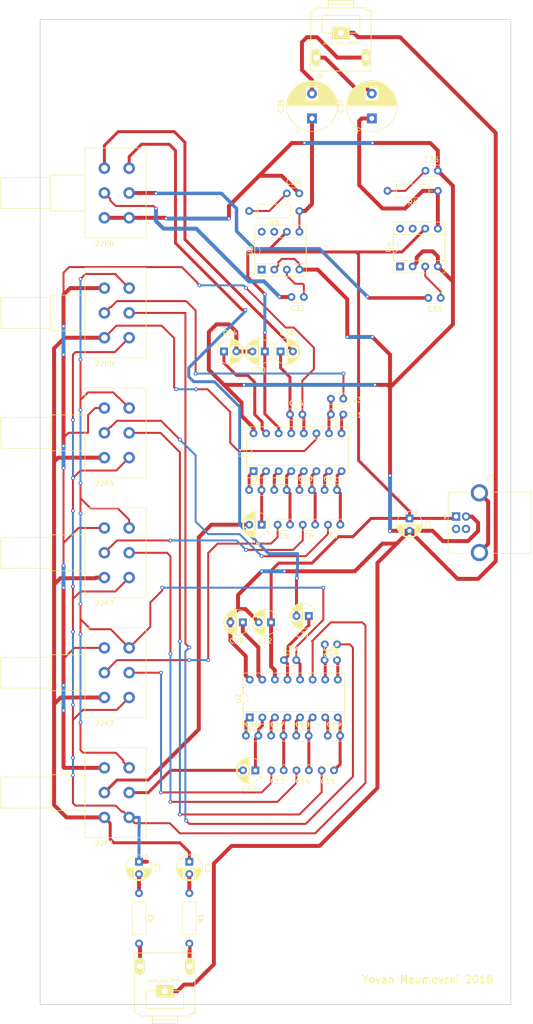
<source format=kicad_pcb>
(kicad_pcb (version 20171130) (host pcbnew 5.0.0-fee4fd1~66~ubuntu16.04.1)
  (layers (0 F.Cu signal) (31 B.Cu signal) (34 B.Paste user) (35 F.Paste user) (36 B.SilkS user) (37 F.SilkS user) (38 B.Mask user) (39 F.Mask user) (44 Edge.Cuts user))
  (net 0 "")
  (net 1 "Net-(22K1-Pad3)")
  (net 2 "Net-(22K1-Pad2)")
  (net 3 "Net-(22K1-Pad1)")
  (net 4 "Net-(22K1-Pad6)")
  (net 5 "Net-(22K1-Pad5)")
  (net 6 "Net-(22K1-Pad4)")
  (net 7 "Net-(22K2-Pad5)")
  (net 8 "Net-(22K2-Pad2)")
  (net 9 "Net-(22K3-Pad2)")
  (net 10 "Net-(22K3-Pad5)")
  (net 11 "Net-(22K4-Pad5)")
  (net 12 "Net-(22K4-Pad2)")
  (net 13 "Net-(22K5-Pad2)")
  (net 14 "Net-(22K5-Pad5)")
  (net 15 "Net-(22K6-Pad4)")
  (net 16 "Net-(22K6-Pad5)")
  (net 17 GND)
  (net 18 "Net-(22K6-Pad1)")
  (net 19 "Net-(22K6-Pad2)")
  (net 20 Vcc)
  (net 21 "Net-(C2-Pad2)")
  (net 22 "Net-(C3-Pad2)")
  (net 23 "Net-(C4-Pad1)")
  (net 24 "Net-(C5-Pad1)")
  (net 25 "Net-(C10-Pad2)")
  (net 26 "Net-(C11-Pad2)")
  (net 27 "Net-(C8-Pad1)")
  (net 28 "Net-(C9-Pad1)")
  (net 29 "Net-(C10-Pad1)")
  (net 30 "Net-(C11-Pad1)")
  (net 31 "Net-(C12-Pad1)")
  (net 32 "Net-(C13-Pad1)")
  (net 33 "Net-(C14-Pad1)")
  (net 34 "Net-(C15-Pad1)")
  (net 35 "Net-(C16-Pad1)")
  (net 36 "Net-(C17-Pad1)")
  (net 37 "Net-(C18-Pad1)")
  (net 38 "Net-(C19-Pad1)")
  (net 39 "Net-(C21-Pad1)")
  (net 40 "Net-(C21-Pad2)")
  (net 41 "Net-(C24-Pad1)")
  (net 42 "Net-(C25-Pad1)")
  (net 43 "Net-(C25-Pad2)")
  (net 44 "Net-(C26-Pad1)")
  (net 45 "Net-(C28-Pad1)")
  (net 46 "Net-(C29-Pad1)")
  (net 47 "Net-(C32-Pad1)")
  (net 48 "Net-(C33-Pad1)")
  (net 49 "Net-(C34-Pad1)")
  (net 50 "Net-(C35-Pad1)")
  (net 51 "Net-(C36-Pad2)")
  (net 52 "Net-(C36-Pad1)")
  (net 53 "Net-(C37-Pad1)")
  (net 54 "Net-(C37-Pad2)")
  (net 55 "Net-(J1-Pad3)")
  (net 56 "Net-(J1-Pad2)")
  (net 57 "Net-(J3-Pad2)")
  (net 58 "Net-(J3-Pad3)")
  (net 59 "Net-(J3-Pad5)")
  (net 60 "Net-(U3-Pad1)")
  (net 61 "Net-(U4-Pad1)")
  (net 62 "Net-(U4-Pad7)")
  (net 63 "Net-(U4-Pad8)")
  (net 64 "Net-(U3-Pad7)")
  (net 65 "Net-(U3-Pad8)")
  (module Potentiometer_THT:Potentiometer_Alps_RK163_Dual_Horizontal (layer F.Cu) (at 36.83 96.1136 180)
    (fp_text reference 22K4 (at 0 -15.2 180) (layer F.SilkS))
    (fp_text value 22K)
    (pad 4 thru_hole circle (at -5 0 180) (size 2.34 2.34) (drill 1.3) (layers *.Cu *.Mask) (net 6 "Net-(22K1-Pad4)"))
    (pad 5 thru_hole circle (at -5 -5 180) (size 2.34 2.34) (drill 1.3) (layers *.Cu *.Mask) (net 11 "Net-(22K4-Pad5)"))
    (pad 6 thru_hole circle (at -5 -10 180) (size 2.34 2.34) (drill 1.3) (layers *.Cu *.Mask) (net 4 "Net-(22K1-Pad6)"))
    (pad 1 thru_hole circle (at 0 0 180) (size 2.34 2.34) (drill 1.3) (layers *.Cu *.Mask) (net 3 "Net-(22K1-Pad1)"))
    (pad 2 thru_hole circle (at 0 -5 180) (size 2.34 2.34) (drill 1.3) (layers *.Cu *.Mask) (net 12 "Net-(22K4-Pad2)"))
    (pad 3 thru_hole circle (at 0 -10 180) (size 2.34 2.34) (drill 1.3) (layers *.Cu *.Mask) (net 1 "Net-(22K1-Pad3)"))
  )
  (module Potentiometer_THT:Potentiometer_Alps_RK163_Dual_Horizontal (layer F.Cu) (at 36.83 144.4752 180)
    (fp_text reference 22K2 (at 0 -15.2 180) (layer F.SilkS))
    (fp_text value 22K)
    (pad 4 thru_hole circle (at -5 0 180) (size 2.34 2.34) (drill 1.3) (layers *.Cu *.Mask) (net 6 "Net-(22K1-Pad4)"))
    (pad 5 thru_hole circle (at -5 -5 180) (size 2.34 2.34) (drill 1.3) (layers *.Cu *.Mask) (net 7 "Net-(22K2-Pad5)"))
    (pad 6 thru_hole circle (at -5 -10 180) (size 2.34 2.34) (drill 1.3) (layers *.Cu *.Mask) (net 4 "Net-(22K1-Pad6)"))
    (pad 1 thru_hole circle (at 0 0 180) (size 2.34 2.34) (drill 1.3) (layers *.Cu *.Mask) (net 3 "Net-(22K1-Pad1)"))
    (pad 2 thru_hole circle (at 0 -5 180) (size 2.34 2.34) (drill 1.3) (layers *.Cu *.Mask) (net 8 "Net-(22K2-Pad2)"))
    (pad 3 thru_hole circle (at 0 -10 180) (size 2.34 2.34) (drill 1.3) (layers *.Cu *.Mask) (net 1 "Net-(22K1-Pad3)"))
  )
  (module Potentiometer_THT:Potentiometer_Alps_RK163_Dual_Horizontal (layer F.Cu) (at 36.83 168.656 180)
    (fp_text reference 22K1 (at 0 -15.2 180) (layer F.SilkS))
    (fp_text value 22K)
    (pad 3 thru_hole circle (at 0 -10 180) (size 2.34 2.34) (drill 1.3) (layers *.Cu *.Mask) (net 1 "Net-(22K1-Pad3)"))
    (pad 2 thru_hole circle (at 0 -5 180) (size 2.34 2.34) (drill 1.3) (layers *.Cu *.Mask) (net 2 "Net-(22K1-Pad2)"))
    (pad 1 thru_hole circle (at 0 0 180) (size 2.34 2.34) (drill 1.3) (layers *.Cu *.Mask) (net 3 "Net-(22K1-Pad1)"))
    (pad 6 thru_hole circle (at -5 -10 180) (size 2.34 2.34) (drill 1.3) (layers *.Cu *.Mask) (net 4 "Net-(22K1-Pad6)"))
    (pad 5 thru_hole circle (at -5 -5 180) (size 2.34 2.34) (drill 1.3) (layers *.Cu *.Mask) (net 5 "Net-(22K1-Pad5)"))
    (pad 4 thru_hole circle (at -5 0 180) (size 2.34 2.34) (drill 1.3) (layers *.Cu *.Mask) (net 6 "Net-(22K1-Pad4)"))
  )
  (module Potentiometer_THT:Potentiometer_Alps_RK163_Dual_Horizontal (layer F.Cu) (at 36.83 120.2944 180)
    (fp_text reference 22K3 (at 0 -15.2 180) (layer F.SilkS))
    (fp_text value 22K)
    (pad 3 thru_hole circle (at 0 -10 180) (size 2.34 2.34) (drill 1.3) (layers *.Cu *.Mask) (net 1 "Net-(22K1-Pad3)"))
    (pad 2 thru_hole circle (at 0 -5 180) (size 2.34 2.34) (drill 1.3) (layers *.Cu *.Mask) (net 9 "Net-(22K3-Pad2)"))
    (pad 1 thru_hole circle (at 0 0 180) (size 2.34 2.34) (drill 1.3) (layers *.Cu *.Mask) (net 3 "Net-(22K1-Pad1)"))
    (pad 6 thru_hole circle (at -5 -10 180) (size 2.34 2.34) (drill 1.3) (layers *.Cu *.Mask) (net 4 "Net-(22K1-Pad6)"))
    (pad 5 thru_hole circle (at -5 -5 180) (size 2.34 2.34) (drill 1.3) (layers *.Cu *.Mask) (net 10 "Net-(22K3-Pad5)"))
    (pad 4 thru_hole circle (at -5 0 180) (size 2.34 2.34) (drill 1.3) (layers *.Cu *.Mask) (net 6 "Net-(22K1-Pad4)"))
  )
  (module Potentiometer_THT:Potentiometer_Alps_RK163_Dual_Horizontal (layer F.Cu) (at 36.83 71.9328 180)
    (fp_text reference 22K5 (at 0 -15.2 180) (layer F.SilkS))
    (fp_text value 22K)
    (pad 3 thru_hole circle (at 0 -10 180) (size 2.34 2.34) (drill 1.3) (layers *.Cu *.Mask) (net 1 "Net-(22K1-Pad3)"))
    (pad 2 thru_hole circle (at 0 -5 180) (size 2.34 2.34) (drill 1.3) (layers *.Cu *.Mask) (net 13 "Net-(22K5-Pad2)"))
    (pad 1 thru_hole circle (at 0 0 180) (size 2.34 2.34) (drill 1.3) (layers *.Cu *.Mask) (net 3 "Net-(22K1-Pad1)"))
    (pad 6 thru_hole circle (at -5 -10 180) (size 2.34 2.34) (drill 1.3) (layers *.Cu *.Mask) (net 4 "Net-(22K1-Pad6)"))
    (pad 5 thru_hole circle (at -5 -5 180) (size 2.34 2.34) (drill 1.3) (layers *.Cu *.Mask) (net 14 "Net-(22K5-Pad5)"))
    (pad 4 thru_hole circle (at -5 0 180) (size 2.34 2.34) (drill 1.3) (layers *.Cu *.Mask) (net 6 "Net-(22K1-Pad4)"))
  )
  (module Potentiometer_THT:Potentiometer_Alps_RK163_Dual_Horizontal (layer F.Cu) (at 36.83 47.752 180)
    (fp_text reference 22K6 (at 0 -15.2 180) (layer F.SilkS))
    (fp_text value 22K)
    (pad 4 thru_hole circle (at -5 0 180) (size 2.34 2.34) (drill 1.3) (layers *.Cu *.Mask) (net 15 "Net-(22K6-Pad4)"))
    (pad 5 thru_hole circle (at -5 -5 180) (size 2.34 2.34) (drill 1.3) (layers *.Cu *.Mask) (net 16 "Net-(22K6-Pad5)"))
    (pad 6 thru_hole circle (at -5 -10 180) (size 2.34 2.34) (drill 1.3) (layers *.Cu *.Mask) (net 17 GND))
    (pad 1 thru_hole circle (at 0 0 180) (size 2.34 2.34) (drill 1.3) (layers *.Cu *.Mask) (net 18 "Net-(22K6-Pad1)"))
    (pad 2 thru_hole circle (at 0 -5 180) (size 2.34 2.34) (drill 1.3) (layers *.Cu *.Mask) (net 19 "Net-(22K6-Pad2)"))
    (pad 3 thru_hole circle (at 0 -10 180) (size 2.34 2.34) (drill 1.3) (layers *.Cu *.Mask) (net 17 GND))
  )
  (module Capacitor_THT:CP_Radial_D5.0mm_P2.50mm (layer F.Cu) (at 98.425 118.364 270)
    (fp_text reference C1 (at 1.25 -3.75 270) (layer F.SilkS))
    (fp_text value 100uF)
    (pad 1 thru_hole rect (at 0 0 270) (size 1.6 1.6) (drill 0.8) (layers *.Cu *.Mask) (net 20 Vcc))
    (pad 2 thru_hole circle (at 2.5 0 270) (size 1.6 1.6) (drill 0.8) (layers *.Cu *.Mask) (net 17 GND))
  )
  (module Capacitor_THT:CP_Radial_D5.0mm_P2.50mm (layer F.Cu) (at 53.975 187.579 270)
    (fp_text reference C2 (at 1.25 -3.75 270) (layer F.SilkS))
    (fp_text value 1uF)
    (pad 2 thru_hole circle (at 2.5 0 270) (size 1.6 1.6) (drill 0.8) (layers *.Cu *.Mask) (net 21 "Net-(C2-Pad2)"))
    (pad 1 thru_hole rect (at 0 0 270) (size 1.6 1.6) (drill 0.8) (layers *.Cu *.Mask) (net 1 "Net-(22K1-Pad3)"))
  )
  (module Capacitor_THT:CP_Radial_D5.0mm_P2.50mm (layer F.Cu) (at 43.815 187.579 270)
    (fp_text reference C3 (at 1.25 -3.75 270) (layer F.SilkS))
    (fp_text value 1uF)
    (pad 1 thru_hole rect (at 0 0 270) (size 1.6 1.6) (drill 0.8) (layers *.Cu *.Mask) (net 4 "Net-(22K1-Pad6)"))
    (pad 2 thru_hole circle (at 2.5 0 270) (size 1.6 1.6) (drill 0.8) (layers *.Cu *.Mask) (net 22 "Net-(C3-Pad2)"))
  )
  (module Capacitor_THT:CP_Radial_D5.0mm_P2.50mm (layer F.Cu) (at 68.58 119.634 180)
    (fp_text reference C4 (at 1.25 -3.75 180) (layer F.SilkS))
    (fp_text value 1uF)
    (pad 2 thru_hole circle (at 2.5 0 180) (size 1.6 1.6) (drill 0.8) (layers *.Cu *.Mask) (net 2 "Net-(22K1-Pad2)"))
    (pad 1 thru_hole rect (at 0 0 180) (size 1.6 1.6) (drill 0.8) (layers *.Cu *.Mask) (net 23 "Net-(C4-Pad1)"))
  )
  (module Capacitor_THT:C_Disc_D3.0mm_W2.0mm_P2.50mm (layer F.Cu) (at 74.295 119.634 180)
    (fp_text reference C5 (at 1.25 -2.25 180) (layer F.SilkS))
    (fp_text value 100nF)
    (pad 2 thru_hole circle (at 2.5 0 180) (size 1.6 1.6) (drill 0.8) (layers *.Cu *.Mask) (net 8 "Net-(22K2-Pad2)"))
    (pad 1 thru_hole circle (at 0 0 180) (size 1.6 1.6) (drill 0.8) (layers *.Cu *.Mask) (net 24 "Net-(C5-Pad1)"))
  )
  (module Capacitor_THT:C_Disc_D3.0mm_W2.0mm_P2.50mm (layer F.Cu) (at 79.375 119.634 180)
    (fp_text reference C6 (at 1.25 -2.25 180) (layer F.SilkS))
    (fp_text value 68nF)
    (pad 1 thru_hole circle (at 0 0 180) (size 1.6 1.6) (drill 0.8) (layers *.Cu *.Mask) (net 25 "Net-(C10-Pad2)"))
    (pad 2 thru_hole circle (at 2.5 0 180) (size 1.6 1.6) (drill 0.8) (layers *.Cu *.Mask) (net 9 "Net-(22K3-Pad2)"))
  )
  (module Capacitor_THT:C_Disc_D3.0mm_W2.0mm_P2.50mm (layer F.Cu) (at 84.455 119.634 180)
    (fp_text reference C7 (at 1.25 -2.25 180) (layer F.SilkS))
    (fp_text value 22nF)
    (pad 1 thru_hole circle (at 0 0 180) (size 1.6 1.6) (drill 0.8) (layers *.Cu *.Mask) (net 26 "Net-(C11-Pad2)"))
    (pad 2 thru_hole circle (at 2.5 0 180) (size 1.6 1.6) (drill 0.8) (layers *.Cu *.Mask) (net 12 "Net-(22K4-Pad2)"))
  )
  (module Capacitor_THT:C_Disc_D3.0mm_W2.0mm_P2.50mm (layer F.Cu) (at 66.04 112.649)
    (fp_text reference C8 (at 1.25 -2.25) (layer F.SilkS))
    (fp_text value 100nF)
    (pad 1 thru_hole circle (at 0 0) (size 1.6 1.6) (drill 0.8) (layers *.Cu *.Mask) (net 27 "Net-(C8-Pad1)"))
    (pad 2 thru_hole circle (at 2.5 0) (size 1.6 1.6) (drill 0.8) (layers *.Cu *.Mask) (net 23 "Net-(C4-Pad1)"))
  )
  (module Capacitor_THT:C_Disc_D3.0mm_W2.0mm_P2.50mm (layer F.Cu) (at 71.12 112.649)
    (fp_text reference C9 (at 1.25 -2.25) (layer F.SilkS))
    (fp_text value 68nF)
    (pad 1 thru_hole circle (at 0 0) (size 1.6 1.6) (drill 0.8) (layers *.Cu *.Mask) (net 28 "Net-(C9-Pad1)"))
    (pad 2 thru_hole circle (at 2.5 0) (size 1.6 1.6) (drill 0.8) (layers *.Cu *.Mask) (net 24 "Net-(C5-Pad1)"))
  )
  (module Capacitor_THT:C_Disc_D3.0mm_W2.0mm_P2.50mm (layer F.Cu) (at 76.2 112.649)
    (fp_text reference C10 (at 1.25 -2.25) (layer F.SilkS))
    (fp_text value 4.7nF)
    (pad 2 thru_hole circle (at 2.5 0) (size 1.6 1.6) (drill 0.8) (layers *.Cu *.Mask) (net 25 "Net-(C10-Pad2)"))
    (pad 1 thru_hole circle (at 0 0) (size 1.6 1.6) (drill 0.8) (layers *.Cu *.Mask) (net 29 "Net-(C10-Pad1)"))
  )
  (module Capacitor_THT:C_Disc_D3.0mm_W2.0mm_P2.50mm (layer F.Cu) (at 81.28 112.649)
    (fp_text reference C11 (at 1.25 -2.25) (layer F.SilkS))
    (fp_text value 1nF)
    (pad 2 thru_hole circle (at 2.5 0) (size 1.6 1.6) (drill 0.8) (layers *.Cu *.Mask) (net 26 "Net-(C11-Pad2)"))
    (pad 1 thru_hole circle (at 0 0) (size 1.6 1.6) (drill 0.8) (layers *.Cu *.Mask) (net 30 "Net-(C11-Pad1)"))
  )
  (module Capacitor_THT:CP_Radial_D5.0mm_P2.50mm (layer F.Cu) (at 67.31 169.164 180)
    (fp_text reference C12 (at 1.25 -3.75 180) (layer F.SilkS))
    (fp_text value 1uF)
    (pad 1 thru_hole rect (at 0 0 180) (size 1.6 1.6) (drill 0.8) (layers *.Cu *.Mask) (net 31 "Net-(C12-Pad1)"))
    (pad 2 thru_hole circle (at 2.5 0 180) (size 1.6 1.6) (drill 0.8) (layers *.Cu *.Mask) (net 5 "Net-(22K1-Pad5)"))
  )
  (module Capacitor_THT:C_Disc_D3.0mm_W2.0mm_P2.50mm (layer F.Cu) (at 73.025 169.164 180)
    (fp_text reference C13 (at 1.25 -2.25 180) (layer F.SilkS))
    (fp_text value 100nF)
    (pad 2 thru_hole circle (at 2.5 0 180) (size 1.6 1.6) (drill 0.8) (layers *.Cu *.Mask) (net 7 "Net-(22K2-Pad5)"))
    (pad 1 thru_hole circle (at 0 0 180) (size 1.6 1.6) (drill 0.8) (layers *.Cu *.Mask) (net 32 "Net-(C13-Pad1)"))
  )
  (module Capacitor_THT:C_Disc_D3.0mm_W2.0mm_P2.50mm (layer F.Cu) (at 78.105 169.164 180)
    (fp_text reference C14 (at 1.25 -2.25 180) (layer F.SilkS))
    (fp_text value 68nF)
    (pad 1 thru_hole circle (at 0 0 180) (size 1.6 1.6) (drill 0.8) (layers *.Cu *.Mask) (net 33 "Net-(C14-Pad1)"))
    (pad 2 thru_hole circle (at 2.5 0 180) (size 1.6 1.6) (drill 0.8) (layers *.Cu *.Mask) (net 10 "Net-(22K3-Pad5)"))
  )
  (module Capacitor_THT:C_Disc_D3.0mm_W2.0mm_P2.50mm (layer F.Cu) (at 83.185 169.164 180)
    (fp_text reference C15 (at 1.25 -2.25 180) (layer F.SilkS))
    (fp_text value 22nF)
    (pad 1 thru_hole circle (at 0 0 180) (size 1.6 1.6) (drill 0.8) (layers *.Cu *.Mask) (net 34 "Net-(C15-Pad1)"))
    (pad 2 thru_hole circle (at 2.5 0 180) (size 1.6 1.6) (drill 0.8) (layers *.Cu *.Mask) (net 11 "Net-(22K4-Pad5)"))
  )
  (module Capacitor_THT:C_Disc_D3.0mm_W2.0mm_P2.50mm (layer F.Cu) (at 65.405 162.179)
    (fp_text reference C16 (at 1.25 -2.25) (layer F.SilkS))
    (fp_text value 100nF)
    (pad 1 thru_hole circle (at 0 0) (size 1.6 1.6) (drill 0.8) (layers *.Cu *.Mask) (net 35 "Net-(C16-Pad1)"))
    (pad 2 thru_hole circle (at 2.5 0) (size 1.6 1.6) (drill 0.8) (layers *.Cu *.Mask) (net 31 "Net-(C12-Pad1)"))
  )
  (module Capacitor_THT:C_Disc_D3.0mm_W2.0mm_P2.50mm (layer F.Cu) (at 70.485 162.179)
    (fp_text reference C17 (at 1.25 -2.25) (layer F.SilkS))
    (fp_text value 68nF)
    (pad 2 thru_hole circle (at 2.5 0) (size 1.6 1.6) (drill 0.8) (layers *.Cu *.Mask) (net 32 "Net-(C13-Pad1)"))
    (pad 1 thru_hole circle (at 0 0) (size 1.6 1.6) (drill 0.8) (layers *.Cu *.Mask) (net 36 "Net-(C17-Pad1)"))
  )
  (module Capacitor_THT:C_Disc_D3.0mm_W2.0mm_P2.50mm (layer F.Cu) (at 75.565 162.179)
    (fp_text reference C18 (at 1.25 -2.25) (layer F.SilkS))
    (fp_text value 4.7nF)
    (pad 2 thru_hole circle (at 2.5 0) (size 1.6 1.6) (drill 0.8) (layers *.Cu *.Mask) (net 33 "Net-(C14-Pad1)"))
    (pad 1 thru_hole circle (at 0 0) (size 1.6 1.6) (drill 0.8) (layers *.Cu *.Mask) (net 37 "Net-(C18-Pad1)"))
  )
  (module Capacitor_THT:C_Disc_D3.0mm_W2.0mm_P2.50mm (layer F.Cu) (at 81.915 162.179)
    (fp_text reference C19 (at 1.25 -2.25) (layer F.SilkS))
    (fp_text value 1nF)
    (pad 2 thru_hole circle (at 2.5 0) (size 1.6 1.6) (drill 0.8) (layers *.Cu *.Mask) (net 34 "Net-(C15-Pad1)"))
    (pad 1 thru_hole circle (at 0 0) (size 1.6 1.6) (drill 0.8) (layers *.Cu *.Mask) (net 38 "Net-(C19-Pad1)"))
  )
  (module Capacitor_THT:CP_Radial_D5.0mm_P2.50mm (layer F.Cu) (at 69.215 84.709 180)
    (fp_text reference C20 (at 1.25 -3.75 180) (layer F.SilkS))
    (fp_text value 100uF)
    (pad 2 thru_hole circle (at 2.5 0 180) (size 1.6 1.6) (drill 0.8) (layers *.Cu *.Mask) (net 17 GND))
    (pad 1 thru_hole rect (at 0 0 180) (size 1.6 1.6) (drill 0.8) (layers *.Cu *.Mask) (net 20 Vcc))
  )
  (module Capacitor_THT:C_Disc_D3.0mm_W2.0mm_P2.50mm (layer F.Cu) (at 82.55 97.409)
    (fp_text reference C21 (at 4.826 0.127) (layer F.SilkS))
    (fp_text value 680pF)
    (pad 1 thru_hole circle (at 0 0) (size 1.6 1.6) (drill 0.8) (layers *.Cu *.Mask) (net 39 "Net-(C21-Pad1)"))
    (pad 2 thru_hole circle (at 2.5 0) (size 1.6 1.6) (drill 0.8) (layers *.Cu *.Mask) (net 40 "Net-(C21-Pad2)"))
  )
  (module Capacitor_THT:CP_Radial_D5.0mm_P2.50mm (layer F.Cu) (at 70.485 139.319 180)
    (fp_text reference C22 (at 1.25 -3.75 180) (layer F.SilkS))
    (fp_text value 100uF)
    (pad 1 thru_hole rect (at 0 0 180) (size 1.6 1.6) (drill 0.8) (layers *.Cu *.Mask) (net 20 Vcc))
    (pad 2 thru_hole circle (at 2.5 0 180) (size 1.6 1.6) (drill 0.8) (layers *.Cu *.Mask) (net 17 GND))
  )
  (module Capacitor_THT:C_Disc_D3.0mm_W2.0mm_P2.50mm (layer F.Cu) (at 85.05 94.234 180)
    (fp_text reference C23 (at -2.326 -0.254 180) (layer F.SilkS))
    (fp_text value 6.8nF)
    (pad 1 thru_hole circle (at 0 0 180) (size 1.6 1.6) (drill 0.8) (layers *.Cu *.Mask) (net 13 "Net-(22K5-Pad2)"))
    (pad 2 thru_hole circle (at 2.5 0 180) (size 1.6 1.6) (drill 0.8) (layers *.Cu *.Mask) (net 39 "Net-(C21-Pad1)"))
  )
  (module Capacitor_THT:CP_Radial_D5.0mm_P2.50mm (layer F.Cu) (at 60.96 84.709)
    (fp_text reference C24 (at 1.25 -3.75) (layer F.SilkS))
    (fp_text value 22uF)
    (pad 2 thru_hole circle (at 2.5 0) (size 1.6 1.6) (drill 0.8) (layers *.Cu *.Mask) (net 17 GND))
    (pad 1 thru_hole rect (at 0 0) (size 1.6 1.6) (drill 0.8) (layers *.Cu *.Mask) (net 41 "Net-(C24-Pad1)"))
  )
  (module Capacitor_THT:C_Disc_D3.0mm_W2.0mm_P2.50mm (layer F.Cu) (at 81.28 146.939)
    (fp_text reference C25 (at 1.25 -2.25) (layer F.SilkS))
    (fp_text value 680pF)
    (pad 1 thru_hole circle (at 0 0) (size 1.6 1.6) (drill 0.8) (layers *.Cu *.Mask) (net 42 "Net-(C25-Pad1)"))
    (pad 2 thru_hole circle (at 2.5 0) (size 1.6 1.6) (drill 0.8) (layers *.Cu *.Mask) (net 43 "Net-(C25-Pad2)"))
  )
  (module Capacitor_THT:C_Disc_D3.0mm_W2.0mm_P2.50mm (layer F.Cu) (at 74.295 97.409)
    (fp_text reference C26 (at 1.25 -2.25) (layer F.SilkS))
    (fp_text value 1nF)
    (pad 1 thru_hole circle (at 0 0) (size 1.6 1.6) (drill 0.8) (layers *.Cu *.Mask) (net 44 "Net-(C26-Pad1)"))
    (pad 2 thru_hole circle (at 2.5 0) (size 1.6 1.6) (drill 0.8) (layers *.Cu *.Mask) (net 3 "Net-(22K1-Pad1)"))
  )
  (module Capacitor_THT:C_Disc_D3.0mm_W2.0mm_P2.50mm (layer F.Cu) (at 83.82 143.764 180)
    (fp_text reference C27 (at 1.25 -2.25 180) (layer F.SilkS))
    (fp_text value 6.8nF)
    (pad 2 thru_hole circle (at 2.5 0 180) (size 1.6 1.6) (drill 0.8) (layers *.Cu *.Mask) (net 42 "Net-(C25-Pad1)"))
    (pad 1 thru_hole circle (at 0 0 180) (size 1.6 1.6) (drill 0.8) (layers *.Cu *.Mask) (net 14 "Net-(22K5-Pad5)"))
  )
  (module Capacitor_THT:CP_Radial_D5.0mm_P2.50mm (layer F.Cu) (at 64.77 139.319 180)
    (fp_text reference C28 (at 1.25 -3.75 180) (layer F.SilkS))
    (fp_text value 22uF)
    (pad 2 thru_hole circle (at 2.5 0 180) (size 1.6 1.6) (drill 0.8) (layers *.Cu *.Mask) (net 17 GND))
    (pad 1 thru_hole rect (at 0 0 180) (size 1.6 1.6) (drill 0.8) (layers *.Cu *.Mask) (net 45 "Net-(C28-Pad1)"))
  )
  (module Capacitor_THT:C_Disc_D3.0mm_W2.0mm_P2.50mm (layer F.Cu) (at 73.065 146.939)
    (fp_text reference C29 (at 1.25 -2.25) (layer F.SilkS))
    (fp_text value 1nF)
    (pad 2 thru_hole circle (at 2.5 0) (size 1.6 1.6) (drill 0.8) (layers *.Cu *.Mask) (net 6 "Net-(22K1-Pad4)"))
    (pad 1 thru_hole circle (at 0 0) (size 1.6 1.6) (drill 0.8) (layers *.Cu *.Mask) (net 46 "Net-(C29-Pad1)"))
  )
  (module Capacitor_THT:CP_Radial_D5.0mm_P2.50mm (layer F.Cu) (at 72.39 84.709)
    (fp_text reference C30 (at 1.25 -3.75) (layer F.SilkS))
    (fp_text value 1uF)
    (pad 1 thru_hole rect (at 0 0) (size 1.6 1.6) (drill 0.8) (layers *.Cu *.Mask) (net 44 "Net-(C26-Pad1)"))
    (pad 2 thru_hole circle (at 2.5 0) (size 1.6 1.6) (drill 0.8) (layers *.Cu *.Mask) (net 18 "Net-(22K6-Pad1)"))
  )
  (module Capacitor_THT:CP_Radial_D5.0mm_P2.50mm (layer F.Cu) (at 78.105 138.049 180)
    (fp_text reference C31 (at 1.25 -3.75 180) (layer F.SilkS))
    (fp_text value 1uF)
    (pad 1 thru_hole rect (at 0 0 180) (size 1.6 1.6) (drill 0.8) (layers *.Cu *.Mask) (net 46 "Net-(C29-Pad1)"))
    (pad 2 thru_hole circle (at 2.5 0 180) (size 1.6 1.6) (drill 0.8) (layers *.Cu *.Mask) (net 15 "Net-(22K6-Pad4)"))
  )
  (module Capacitor_THT:C_Disc_D3.0mm_W2.0mm_P2.50mm (layer F.Cu) (at 77.089 73.7235 180)
    (fp_text reference C32 (at 1.25 -2.25 180) (layer F.SilkS))
    (fp_text value 100nF)
    (pad 1 thru_hole circle (at 0 0 180) (size 1.6 1.6) (drill 0.8) (layers *.Cu *.Mask) (net 47 "Net-(C32-Pad1)"))
    (pad 2 thru_hole circle (at 2.5 0 180) (size 1.6 1.6) (drill 0.8) (layers *.Cu *.Mask) (net 19 "Net-(22K6-Pad2)"))
  )
  (module Capacitor_THT:C_Disc_D3.0mm_W2.0mm_P2.50mm (layer F.Cu) (at 104.7115 73.914 180)
    (fp_text reference C33 (at 1.25 -2.25 180) (layer F.SilkS))
    (fp_text value 100nF)
    (pad 2 thru_hole circle (at 2.5 0 180) (size 1.6 1.6) (drill 0.8) (layers *.Cu *.Mask) (net 16 "Net-(22K6-Pad5)"))
    (pad 1 thru_hole circle (at 0 0 180) (size 1.6 1.6) (drill 0.8) (layers *.Cu *.Mask) (net 48 "Net-(C33-Pad1)"))
  )
  (module Capacitor_THT:C_Disc_D3.0mm_W2.0mm_P2.50mm (layer F.Cu) (at 73.66 52.832)
    (fp_text reference C34 (at 1.25 -2.25) (layer F.SilkS))
    (fp_text value 47nF)
    (pad 2 thru_hole circle (at 2.5 0) (size 1.6 1.6) (drill 0.8) (layers *.Cu *.Mask) (net 17 GND))
    (pad 1 thru_hole circle (at 0 0) (size 1.6 1.6) (drill 0.8) (layers *.Cu *.Mask) (net 49 "Net-(C34-Pad1)"))
  )
  (module Capacitor_THT:C_Disc_D3.0mm_W2.0mm_P2.50mm (layer F.Cu) (at 101.64 48.26)
    (fp_text reference C35 (at 1.25 -2.25) (layer F.SilkS))
    (fp_text value 47nF)
    (pad 2 thru_hole circle (at 2.5 0) (size 1.6 1.6) (drill 0.8) (layers *.Cu *.Mask) (net 17 GND))
    (pad 1 thru_hole circle (at 0 0) (size 1.6 1.6) (drill 0.8) (layers *.Cu *.Mask) (net 50 "Net-(C35-Pad1)"))
  )
  (module Capacitor_THT:CP_Radial_D10.0mm_P5.00mm (layer F.Cu) (at 78.74 37.719 90)
    (fp_text reference C36 (at 2.5 -6.25 90) (layer F.SilkS))
    (fp_text value 1000uF)
    (pad 2 thru_hole circle (at 5 0 90) (size 2 2) (drill 1) (layers *.Cu *.Mask) (net 51 "Net-(C36-Pad2)"))
    (pad 1 thru_hole rect (at 0 0 90) (size 2 2) (drill 1) (layers *.Cu *.Mask) (net 52 "Net-(C36-Pad1)"))
  )
  (module Capacitor_THT:CP_Radial_D10.0mm_P5.00mm (layer F.Cu) (at 90.805 37.719 90)
    (fp_text reference C37 (at 2.5 -6.25 90) (layer F.SilkS))
    (fp_text value 1000uF)
    (pad 1 thru_hole rect (at 0 0 90) (size 2 2) (drill 1) (layers *.Cu *.Mask) (net 53 "Net-(C37-Pad1)"))
    (pad 2 thru_hole circle (at 5 0 90) (size 2 2) (drill 1) (layers *.Cu *.Mask) (net 54 "Net-(C37-Pad2)"))
  )
  (module lm386_headphones_amplifier:3.5mm_stereo_TRS_jack (layer F.Cu) (at 49.022 212.09 180)
    (fp_text reference J1 (at -4.318 7.112 180) (layer F.SilkS) (effects (font (size 0.8 0.8))))
    (fp_text value JACK_TRS_3PINS (at 0 0.508 180) (layer F.SilkS) (effects (font (size 0.6 0.6) (thickness 0.1))))
    (pad 3 thru_hole oval (at -5 3.41 180) (size 1.75 3.5) (drill 1.2) (layers *.Cu *.Mask F.SilkS) (net 55 "Net-(J1-Pad3)"))
    (pad 2 thru_hole oval (at 5 3.41 180) (size 1.75 3.5) (drill 1.2) (layers *.Cu *.Mask F.SilkS) (net 56 "Net-(J1-Pad2)"))
    (pad 1 thru_hole rect (at 0 -1.596 180) (size 3.5 2.5) (drill 1.2) (layers *.Cu *.Mask F.SilkS) (net 17 GND))
  )
  (module lm386_headphones_amplifier:3.5mm_stereo_TRS_jack (layer F.Cu) (at 84.582 22.043)
    (fp_text reference J2 (at -4.318 7.112) (layer F.SilkS) (effects (font (size 0.8 0.8))))
    (fp_text value JACK_TRS_3PINS (at 0 0.508) (layer F.SilkS) (effects (font (size 0.6 0.6) (thickness 0.1))))
    (pad 1 thru_hole rect (at 0 -1.596) (size 3.5 2.5) (drill 1.2) (layers *.Cu *.Mask F.SilkS) (net 17 GND))
    (pad 2 thru_hole oval (at 5 3.41) (size 1.75 3.5) (drill 1.2) (layers *.Cu *.Mask F.SilkS) (net 51 "Net-(C36-Pad2)"))
    (pad 3 thru_hole oval (at -5 3.41) (size 1.75 3.5) (drill 1.2) (layers *.Cu *.Mask F.SilkS) (net 54 "Net-(C37-Pad2)"))
  )
  (module Connector_USB:USB_B_OST_USB-B1HSxx_Horizontal (layer F.Cu) (at 107.823 117.983)
    (fp_text reference J3 (at 6.76 -7.77) (layer F.SilkS))
    (fp_text value USB_B)
    (pad 1 thru_hole rect (at 0 0) (size 1.7 1.7) (drill 0.92) (layers *.Cu *.Mask) (net 20 Vcc))
    (pad 2 thru_hole circle (at 0 2.5) (size 1.7 1.7) (drill 0.92) (layers *.Cu *.Mask) (net 57 "Net-(J3-Pad2)"))
    (pad 3 thru_hole circle (at 2 2.5) (size 1.7 1.7) (drill 0.92) (layers *.Cu *.Mask) (net 58 "Net-(J3-Pad3)"))
    (pad 4 thru_hole circle (at 2 0) (size 1.7 1.7) (drill 0.92) (layers *.Cu *.Mask) (net 17 GND))
    (pad 5 thru_hole circle (at 4.71 -4.77) (size 3.5 3.5) (drill 2.33) (layers *.Cu *.Mask) (net 59 "Net-(J3-Pad5)"))
    (pad 5 thru_hole circle (at 4.71 7.27) (size 3.5 3.5) (drill 2.33) (layers *.Cu *.Mask) (net 59 "Net-(J3-Pad5)"))
  )
  (module Resistor_THT:R_Axial_DIN0207_L6.3mm_D2.5mm_P10.16mm_Horizontal (layer F.Cu) (at 53.975 193.929 270)
    (fp_text reference R1 (at 5.08 -2.37 270) (layer F.SilkS))
    (fp_text value 4.7K)
    (pad 1 thru_hole circle (at 0 0 270) (size 1.6 1.6) (drill 0.8) (layers *.Cu *.Mask) (net 21 "Net-(C2-Pad2)"))
    (pad 2 thru_hole oval (at 10.16 0 270) (size 1.6 1.6) (drill 0.8) (layers *.Cu *.Mask) (net 55 "Net-(J1-Pad3)"))
  )
  (module Resistor_THT:R_Axial_DIN0207_L6.3mm_D2.5mm_P10.16mm_Horizontal (layer F.Cu) (at 43.815 193.929 270)
    (fp_text reference R2 (at 5.08 -2.37 270) (layer F.SilkS))
    (fp_text value 4.7K)
    (pad 2 thru_hole oval (at 10.16 0 270) (size 1.6 1.6) (drill 0.8) (layers *.Cu *.Mask) (net 56 "Net-(J1-Pad2)"))
    (pad 1 thru_hole circle (at 0 0 270) (size 1.6 1.6) (drill 0.8) (layers *.Cu *.Mask) (net 22 "Net-(C3-Pad2)"))
  )
  (module Resistor_THT:R_Axial_DIN0207_L6.3mm_D2.5mm_P10.16mm_Horizontal (layer F.Cu) (at 76.2 56.388 180)
    (fp_text reference R3 (at 5.08 -2.37 180) (layer F.SilkS))
    (fp_text value 10)
    (pad 2 thru_hole oval (at 10.16 0 180) (size 1.6 1.6) (drill 0.8) (layers *.Cu *.Mask) (net 49 "Net-(C34-Pad1)"))
    (pad 1 thru_hole circle (at 0 0 180) (size 1.6 1.6) (drill 0.8) (layers *.Cu *.Mask) (net 52 "Net-(C36-Pad1)"))
  )
  (module Resistor_THT:R_Axial_DIN0207_L6.3mm_D2.5mm_P10.16mm_Horizontal (layer F.Cu) (at 104.14 52.324 180)
    (fp_text reference R4 (at 5.08 -2.37 180) (layer F.SilkS))
    (fp_text value 10)
    (pad 1 thru_hole circle (at 0 0 180) (size 1.6 1.6) (drill 0.8) (layers *.Cu *.Mask) (net 53 "Net-(C37-Pad1)"))
    (pad 2 thru_hole oval (at 10.16 0 180) (size 1.6 1.6) (drill 0.8) (layers *.Cu *.Mask) (net 50 "Net-(C35-Pad1)"))
  )
  (module Package_DIP:DIP-16_W7.62mm_Socket (layer F.Cu) (at 66.929 108.839 90)
    (fp_text reference U1 (at 3.81 -2.33 90) (layer F.SilkS))
    (fp_text value LA3600)
    (pad 1 thru_hole rect (at 0 0 90) (size 1.6 1.6) (drill 0.8) (layers *.Cu *.Mask) (net 27 "Net-(C8-Pad1)"))
    (pad 9 thru_hole oval (at 7.62 17.78 90) (size 1.6 1.6) (drill 0.8) (layers *.Cu *.Mask) (net 40 "Net-(C21-Pad2)"))
    (pad 2 thru_hole oval (at 0 2.54 90) (size 1.6 1.6) (drill 0.8) (layers *.Cu *.Mask) (net 23 "Net-(C4-Pad1)"))
    (pad 10 thru_hole oval (at 7.62 15.24 90) (size 1.6 1.6) (drill 0.8) (layers *.Cu *.Mask) (net 39 "Net-(C21-Pad1)"))
    (pad 3 thru_hole oval (at 0 5.08 90) (size 1.6 1.6) (drill 0.8) (layers *.Cu *.Mask) (net 28 "Net-(C9-Pad1)"))
    (pad 11 thru_hole oval (at 7.62 12.7 90) (size 1.6 1.6) (drill 0.8) (layers *.Cu *.Mask) (net 1 "Net-(22K1-Pad3)"))
    (pad 4 thru_hole oval (at 0 7.62 90) (size 1.6 1.6) (drill 0.8) (layers *.Cu *.Mask) (net 24 "Net-(C5-Pad1)"))
    (pad 12 thru_hole oval (at 7.62 10.16 90) (size 1.6 1.6) (drill 0.8) (layers *.Cu *.Mask) (net 3 "Net-(22K1-Pad1)"))
    (pad 5 thru_hole oval (at 0 10.16 90) (size 1.6 1.6) (drill 0.8) (layers *.Cu *.Mask) (net 29 "Net-(C10-Pad1)"))
    (pad 13 thru_hole oval (at 7.62 7.62 90) (size 1.6 1.6) (drill 0.8) (layers *.Cu *.Mask) (net 44 "Net-(C26-Pad1)"))
    (pad 6 thru_hole oval (at 0 12.7 90) (size 1.6 1.6) (drill 0.8) (layers *.Cu *.Mask) (net 25 "Net-(C10-Pad2)"))
    (pad 14 thru_hole oval (at 7.62 5.08 90) (size 1.6 1.6) (drill 0.8) (layers *.Cu *.Mask) (net 20 Vcc))
    (pad 7 thru_hole oval (at 0 15.24 90) (size 1.6 1.6) (drill 0.8) (layers *.Cu *.Mask) (net 30 "Net-(C11-Pad1)"))
    (pad 15 thru_hole oval (at 7.62 2.54 90) (size 1.6 1.6) (drill 0.8) (layers *.Cu *.Mask) (net 41 "Net-(C24-Pad1)"))
    (pad 8 thru_hole oval (at 0 17.78 90) (size 1.6 1.6) (drill 0.8) (layers *.Cu *.Mask) (net 26 "Net-(C11-Pad2)"))
    (pad 16 thru_hole oval (at 7.62 0 90) (size 1.6 1.6) (drill 0.8) (layers *.Cu *.Mask) (net 17 GND))
  )
  (module Package_DIP:DIP-16_W7.62mm_Socket (layer F.Cu) (at 66.167 158.496 90)
    (fp_text reference U2 (at 3.81 -2.33 90) (layer F.SilkS))
    (fp_text value LA3600)
    (pad 16 thru_hole oval (at 7.62 0 90) (size 1.6 1.6) (drill 0.8) (layers *.Cu *.Mask) (net 17 GND))
    (pad 8 thru_hole oval (at 0 17.78 90) (size 1.6 1.6) (drill 0.8) (layers *.Cu *.Mask) (net 34 "Net-(C15-Pad1)"))
    (pad 15 thru_hole oval (at 7.62 2.54 90) (size 1.6 1.6) (drill 0.8) (layers *.Cu *.Mask) (net 45 "Net-(C28-Pad1)"))
    (pad 7 thru_hole oval (at 0 15.24 90) (size 1.6 1.6) (drill 0.8) (layers *.Cu *.Mask) (net 38 "Net-(C19-Pad1)"))
    (pad 14 thru_hole oval (at 7.62 5.08 90) (size 1.6 1.6) (drill 0.8) (layers *.Cu *.Mask) (net 20 Vcc))
    (pad 6 thru_hole oval (at 0 12.7 90) (size 1.6 1.6) (drill 0.8) (layers *.Cu *.Mask) (net 33 "Net-(C14-Pad1)"))
    (pad 13 thru_hole oval (at 7.62 7.62 90) (size 1.6 1.6) (drill 0.8) (layers *.Cu *.Mask) (net 46 "Net-(C29-Pad1)"))
    (pad 5 thru_hole oval (at 0 10.16 90) (size 1.6 1.6) (drill 0.8) (layers *.Cu *.Mask) (net 37 "Net-(C18-Pad1)"))
    (pad 12 thru_hole oval (at 7.62 10.16 90) (size 1.6 1.6) (drill 0.8) (layers *.Cu *.Mask) (net 6 "Net-(22K1-Pad4)"))
    (pad 4 thru_hole oval (at 0 7.62 90) (size 1.6 1.6) (drill 0.8) (layers *.Cu *.Mask) (net 32 "Net-(C13-Pad1)"))
    (pad 11 thru_hole oval (at 7.62 12.7 90) (size 1.6 1.6) (drill 0.8) (layers *.Cu *.Mask) (net 4 "Net-(22K1-Pad6)"))
    (pad 3 thru_hole oval (at 0 5.08 90) (size 1.6 1.6) (drill 0.8) (layers *.Cu *.Mask) (net 36 "Net-(C17-Pad1)"))
    (pad 10 thru_hole oval (at 7.62 15.24 90) (size 1.6 1.6) (drill 0.8) (layers *.Cu *.Mask) (net 42 "Net-(C25-Pad1)"))
    (pad 2 thru_hole oval (at 0 2.54 90) (size 1.6 1.6) (drill 0.8) (layers *.Cu *.Mask) (net 31 "Net-(C12-Pad1)"))
    (pad 9 thru_hole oval (at 7.62 17.78 90) (size 1.6 1.6) (drill 0.8) (layers *.Cu *.Mask) (net 43 "Net-(C25-Pad2)"))
    (pad 1 thru_hole rect (at 0 0 90) (size 1.6 1.6) (drill 0.8) (layers *.Cu *.Mask) (net 35 "Net-(C16-Pad1)"))
  )
  (module Package_DIP:DIP-8_W7.62mm_Socket (layer F.Cu) (at 96.52 67.564 90)
    (fp_text reference U4 (at 3.81 -2.33 90) (layer F.SilkS))
    (fp_text value LM386)
    (pad 1 thru_hole rect (at 0 0 90) (size 1.6 1.6) (drill 0.8) (layers *.Cu *.Mask) (net 61 "Net-(U4-Pad1)"))
    (pad 5 thru_hole oval (at 7.62 7.62 90) (size 1.6 1.6) (drill 0.8) (layers *.Cu *.Mask) (net 53 "Net-(C37-Pad1)"))
    (pad 2 thru_hole oval (at 0 2.54 90) (size 1.6 1.6) (drill 0.8) (layers *.Cu *.Mask) (net 17 GND))
    (pad 6 thru_hole oval (at 7.62 5.08 90) (size 1.6 1.6) (drill 0.8) (layers *.Cu *.Mask) (net 20 Vcc))
    (pad 3 thru_hole oval (at 0 5.08 90) (size 1.6 1.6) (drill 0.8) (layers *.Cu *.Mask) (net 48 "Net-(C33-Pad1)"))
    (pad 7 thru_hole oval (at 7.62 2.54 90) (size 1.6 1.6) (drill 0.8) (layers *.Cu *.Mask) (net 62 "Net-(U4-Pad7)"))
    (pad 4 thru_hole oval (at 0 7.62 90) (size 1.6 1.6) (drill 0.8) (layers *.Cu *.Mask) (net 17 GND))
    (pad 8 thru_hole oval (at 7.62 0 90) (size 1.6 1.6) (drill 0.8) (layers *.Cu *.Mask) (net 63 "Net-(U4-Pad8)"))
  )
  (module Package_DIP:DIP-8_W7.62mm_Socket (layer F.Cu) (at 68.58 68.199 90)
    (fp_text reference U3 (at 3.81 -2.33 90) (layer F.SilkS))
    (fp_text value LM386)
    (pad 1 thru_hole rect (at 0 0 90) (size 1.6 1.6) (drill 0.8) (layers *.Cu *.Mask) (net 60 "Net-(U3-Pad1)"))
    (pad 5 thru_hole oval (at 7.62 7.62 90) (size 1.6 1.6) (drill 0.8) (layers *.Cu *.Mask) (net 52 "Net-(C36-Pad1)"))
    (pad 2 thru_hole oval (at 0 2.54 90) (size 1.6 1.6) (drill 0.8) (layers *.Cu *.Mask) (net 17 GND))
    (pad 6 thru_hole oval (at 7.62 5.08 90) (size 1.6 1.6) (drill 0.8) (layers *.Cu *.Mask) (net 20 Vcc))
    (pad 3 thru_hole oval (at 0 5.08 90) (size 1.6 1.6) (drill 0.8) (layers *.Cu *.Mask) (net 47 "Net-(C32-Pad1)"))
    (pad 7 thru_hole oval (at 7.62 2.54 90) (size 1.6 1.6) (drill 0.8) (layers *.Cu *.Mask) (net 64 "Net-(U3-Pad7)"))
    (pad 4 thru_hole oval (at 0 7.62 90) (size 1.6 1.6) (drill 0.8) (layers *.Cu *.Mask) (net 17 GND))
    (pad 8 thru_hole oval (at 7.62 0 90) (size 1.6 1.6) (drill 0.8) (layers *.Cu *.Mask) (net 65 "Net-(U3-Pad8)"))
  )
  (gr_text "Yovan Naumovski 2018" (at 102.108 211.328) (layer F.SilkS) (effects (font (size 1.5 1.5) (thickness 0.3))))
  (gr_line (start 47.752 216.408) (end 118.872 216.408) (layer Edge.Cuts) (width 0.15))
  (gr_line (start 118.872 17.78) (end 118.872 216.408) (layer Edge.Cuts) (width 0.15))
  (gr_line (start 23.876 17.78) (end 118.872 17.78) (layer Edge.Cuts) (width 0.15))
  (gr_line (start 23.876 18.288) (end 23.876 17.78) (layer Edge.Cuts) (width 0.15))
  (gr_line (start 23.876 216.408) (end 23.876 18.288) (layer Edge.Cuts) (width 0.15))
  (gr_line (start 47.752 216.408) (end 23.876 216.408) (layer Edge.Cuts) (width 0.15))
  (segment (start 37.999999 179.825999) (end 37.999999 183.033999) (width 0.6) (layer F.Cu) (net 1))
  (segment (start 36.83 178.656) (end 37.999999 179.825999) (width 0.6) (layer F.Cu) (net 1))
  (segment (start 37.999999 183.033999) (end 38.735 183.769) (width 0.6) (layer F.Cu) (net 1))
  (segment (start 38.735 183.769) (end 52.07 183.769) (width 0.6) (layer F.Cu) (net 1))
  (segment (start 53.975 185.674) (end 53.975 186.179) (width 0.6) (layer F.Cu) (net 1))
  (segment (start 53.975 186.179) (end 53.975 187.579) (width 0.6) (layer F.Cu) (net 1))
  (segment (start 52.07 183.769) (end 53.975 185.674) (width 0.6) (layer F.Cu) (net 1))
  (segment (start 28.8112 81.9328) (end 36.83 81.9328) (width 0.8) (layer F.Cu) (net 1))
  (segment (start 36.83 178.656) (end 29.177 178.656) (width 0.8) (layer F.Cu) (net 1))
  (segment (start 29.177 178.656) (end 26.67 176.149) (width 0.8) (layer F.Cu) (net 1))
  (segment (start 26.67 84.074) (end 28.8112 81.9328) (width 0.8) (layer F.Cu) (net 1))
  (segment (start 36.83 154.4752) (end 28.0238 154.4752) (width 0.8) (layer F.Cu) (net 1))
  (segment (start 28.0238 154.4752) (end 26.67 155.829) (width 0.8) (layer F.Cu) (net 1))
  (segment (start 26.67 176.149) (end 26.67 155.829) (width 0.8) (layer F.Cu) (net 1))
  (segment (start 35.175371 130.2944) (end 35.040771 130.429) (width 0.8) (layer F.Cu) (net 1))
  (segment (start 36.83 130.2944) (end 35.175371 130.2944) (width 0.8) (layer F.Cu) (net 1))
  (segment (start 27.94 130.429) (end 26.67 131.699) (width 0.8) (layer F.Cu) (net 1))
  (segment (start 35.040771 130.429) (end 27.94 130.429) (width 0.8) (layer F.Cu) (net 1))
  (segment (start 26.67 155.829) (end 26.67 131.699) (width 0.8) (layer F.Cu) (net 1))
  (segment (start 27.4904 106.1136) (end 26.67 106.934) (width 0.8) (layer F.Cu) (net 1))
  (segment (start 36.83 106.1136) (end 27.4904 106.1136) (width 0.8) (layer F.Cu) (net 1))
  (segment (start 26.67 106.934) (end 26.67 84.074) (width 0.8) (layer F.Cu) (net 1))
  (segment (start 26.67 131.699) (end 26.67 106.934) (width 0.8) (layer F.Cu) (net 1))
  (segment (start 79.629 102.35037) (end 77.20437 104.775) (width 0.4) (layer F.Cu) (net 1))
  (segment (start 79.629 101.219) (end 79.629 102.35037) (width 0.4) (layer F.Cu) (net 1))
  (segment (start 77.20437 104.775) (end 63.881 104.775) (width 0.4) (layer F.Cu) (net 1))
  (segment (start 63.881 104.775) (end 62.23 103.124) (width 0.4) (layer F.Cu) (net 1))
  (segment (start 62.23 103.124) (end 62.23 96.901) (width 0.4) (layer F.Cu) (net 1))
  (segment (start 57.658 92.329) (end 55.372 92.329) (width 0.4) (layer F.Cu) (net 1))
  (via (at 55.372 92.329) (size 0.8) (drill 0.4) (layers F.Cu B.Cu) (net 1))
  (segment (start 62.23 96.901) (end 57.658 92.329) (width 0.4) (layer F.Cu) (net 1))
  (via (at 51.308 92.329) (size 0.8) (drill 0.4) (layers F.Cu B.Cu) (net 1))
  (segment (start 55.372 92.329) (end 51.308 92.329) (width 0.4) (layer B.Cu) (net 1))
  (segment (start 50.908001 91.929001) (end 50.908001 82.023001) (width 0.4) (layer F.Cu) (net 1))
  (segment (start 51.308 92.329) (end 50.908001 91.929001) (width 0.4) (layer F.Cu) (net 1))
  (segment (start 50.908001 82.023001) (end 48.387 79.502) (width 0.4) (layer F.Cu) (net 1))
  (segment (start 39.2608 79.502) (end 36.83 81.9328) (width 0.4) (layer F.Cu) (net 1))
  (segment (start 48.387 79.502) (end 39.2608 79.502) (width 0.4) (layer F.Cu) (net 1))
  (segment (start 36.83 173.656) (end 39.37 171.116) (width 0.6) (layer F.Cu) (net 2))
  (segment (start 39.37 171.116) (end 45.673 171.116) (width 0.6) (layer F.Cu) (net 2))
  (segment (start 45.673 171.116) (end 46.99 169.799) (width 0.6) (layer F.Cu) (net 2))
  (segment (start 55.88 160.909) (end 55.88 122.174) (width 0.8) (layer F.Cu) (net 2))
  (segment (start 55.88 122.174) (end 58.42 119.634) (width 0.8) (layer F.Cu) (net 2))
  (segment (start 46.99 169.799) (end 55.88 160.909) (width 0.8) (layer F.Cu) (net 2))
  (segment (start 58.42 119.634) (end 66.08 119.634) (width 0.8) (layer F.Cu) (net 2))
  (segment (start 36.83 168.656) (end 28.702 168.656) (width 0.8) (layer F.Cu) (net 3))
  (via (at 28.575 157.099) (size 0.8) (drill 0.4) (layers F.Cu B.Cu) (net 3))
  (segment (start 28.575 168.529) (end 28.575 157.099) (width 0.8) (layer F.Cu) (net 3))
  (segment (start 28.702 168.656) (end 28.575 168.529) (width 0.8) (layer F.Cu) (net 3))
  (via (at 28.575 152.019) (size 0.8) (drill 0.4) (layers F.Cu B.Cu) (net 3))
  (segment (start 28.575 157.099) (end 28.575 152.019) (width 0.8) (layer B.Cu) (net 3))
  (via (at 28.575 132.334) (size 0.8) (drill 0.4) (layers F.Cu B.Cu) (net 3))
  (via (at 28.575 127.889) (size 0.8) (drill 0.4) (layers F.Cu B.Cu) (net 3))
  (segment (start 28.575 132.334) (end 28.575 127.889) (width 0.8) (layer B.Cu) (net 3))
  (via (at 28.575 108.204) (size 0.8) (drill 0.4) (layers F.Cu B.Cu) (net 3))
  (via (at 28.575 103.759) (size 0.8) (drill 0.4) (layers F.Cu B.Cu) (net 3))
  (segment (start 28.575 108.204) (end 28.575 103.759) (width 0.8) (layer B.Cu) (net 3))
  (via (at 28.575 85.344) (size 0.8) (drill 0.4) (layers F.Cu B.Cu) (net 3))
  (via (at 28.575 79.629) (size 0.8) (drill 0.4) (layers F.Cu B.Cu) (net 3))
  (segment (start 28.575 85.344) (end 28.575 79.629) (width 0.8) (layer B.Cu) (net 3))
  (segment (start 29.9212 71.9328) (end 36.83 71.9328) (width 0.8) (layer F.Cu) (net 3))
  (segment (start 28.575 73.279) (end 29.9212 71.9328) (width 0.8) (layer F.Cu) (net 3))
  (segment (start 36.83 96.1136) (end 34.9504 96.1136) (width 0.4) (layer F.Cu) (net 3))
  (segment (start 34.9504 96.1136) (end 33.528 97.536) (width 0.4) (layer F.Cu) (net 3))
  (segment (start 33.528 97.536) (end 33.528 101.092) (width 0.4) (layer F.Cu) (net 3))
  (segment (start 29.591 101.092) (end 28.575 102.108) (width 0.4) (layer F.Cu) (net 3))
  (segment (start 28.575 102.108) (end 28.575 85.344) (width 0.8) (layer F.Cu) (net 3))
  (segment (start 33.528 101.092) (end 29.591 101.092) (width 0.4) (layer F.Cu) (net 3))
  (segment (start 28.575 103.759) (end 28.575 102.108) (width 0.8) (layer F.Cu) (net 3))
  (segment (start 28.575 127.889) (end 28.575 123.317) (width 0.4) (layer F.Cu) (net 3))
  (segment (start 31.5976 120.2944) (end 36.83 120.2944) (width 0.4) (layer F.Cu) (net 3))
  (segment (start 28.575 123.317) (end 31.5976 120.2944) (width 0.4) (layer F.Cu) (net 3))
  (segment (start 28.575 123.317) (end 28.575 108.204) (width 0.4) (layer F.Cu) (net 3))
  (segment (start 28.575 152.019) (end 28.575 148.336) (width 0.8) (layer F.Cu) (net 3))
  (segment (start 28.575 148.336) (end 28.575 132.334) (width 0.8) (layer F.Cu) (net 3))
  (segment (start 28.575 146.685) (end 30.7848 144.4752) (width 0.4) (layer F.Cu) (net 3))
  (segment (start 30.7848 144.4752) (end 36.83 144.4752) (width 0.4) (layer F.Cu) (net 3))
  (segment (start 28.575 148.336) (end 28.575 146.685) (width 0.4) (layer F.Cu) (net 3))
  (segment (start 77.089 97.703) (end 76.795 97.409) (width 0.6) (layer F.Cu) (net 3))
  (segment (start 77.089 101.219) (end 77.089 97.703) (width 0.6) (layer F.Cu) (net 3))
  (segment (start 76.795 97.409) (end 76.795 90.591) (width 0.4) (layer F.Cu) (net 3))
  (segment (start 76.795 90.591) (end 79.121 88.265) (width 0.4) (layer F.Cu) (net 3))
  (segment (start 79.121 88.265) (end 79.121 83.947) (width 0.4) (layer F.Cu) (net 3))
  (segment (start 79.121 83.947) (end 75.057 79.883) (width 0.4) (layer F.Cu) (net 3))
  (via (at 65.405 71.882) (size 0.8) (drill 0.4) (layers F.Cu B.Cu) (net 3))
  (segment (start 73.406 79.883) (end 65.405 71.882) (width 0.4) (layer F.Cu) (net 3))
  (segment (start 75.057 79.883) (end 73.406 79.883) (width 0.4) (layer F.Cu) (net 3))
  (segment (start 64.897 71.374) (end 56.007 71.374) (width 0.4) (layer B.Cu) (net 3))
  (via (at 56.007 71.374) (size 0.8) (drill 0.4) (layers F.Cu B.Cu) (net 3))
  (segment (start 65.405 71.882) (end 64.897 71.374) (width 0.4) (layer B.Cu) (net 3))
  (segment (start 28.575 79.629) (end 28.575 73.279) (width 0.8) (layer F.Cu) (net 3))
  (segment (start 55.607001 70.974001) (end 56.007 71.374) (width 0.4) (layer F.Cu) (net 3))
  (segment (start 55.607001 70.847001) (end 55.607001 70.974001) (width 0.4) (layer F.Cu) (net 3))
  (segment (start 28.575 73.279) (end 28.575 68.834) (width 0.4) (layer F.Cu) (net 3))
  (segment (start 52.451 67.691) (end 55.607001 70.847001) (width 0.4) (layer F.Cu) (net 3))
  (segment (start 28.575 68.834) (end 29.718 67.691) (width 0.4) (layer F.Cu) (net 3))
  (segment (start 29.718 67.691) (end 52.451 67.691) (width 0.4) (layer F.Cu) (net 3))
  (segment (start 43.815 187.579) (end 45.415 187.579) (width 0.8) (layer F.Cu) (net 4))
  (segment (start 41.83 178.656) (end 43.848 178.656) (width 0.6) (layer B.Cu) (net 4))
  (segment (start 43.848 180.608) (end 43.848 178.656) (width 0.6) (layer B.Cu) (net 4))
  (segment (start 43.815 180.641) (end 43.848 180.608) (width 0.6) (layer B.Cu) (net 4))
  (segment (start 43.815 187.579) (end 43.815 180.641) (width 0.6) (layer B.Cu) (net 4))
  (segment (start 50.031999 179.825999) (end 52.07 181.864) (width 0.4) (layer F.Cu) (net 4))
  (segment (start 52.07 181.864) (end 79.375 181.864) (width 0.4) (layer F.Cu) (net 4))
  (segment (start 88.9 139.319) (end 82.55 139.319) (width 0.4) (layer F.Cu) (net 4))
  (segment (start 79.375 181.864) (end 89.535 171.704) (width 0.4) (layer F.Cu) (net 4))
  (segment (start 41.83 178.656) (end 42.999999 179.825999) (width 0.4) (layer F.Cu) (net 4))
  (segment (start 42.999999 179.825999) (end 50.031999 179.825999) (width 0.4) (layer F.Cu) (net 4))
  (segment (start 89.535 171.704) (end 89.535 139.954) (width 0.4) (layer F.Cu) (net 4))
  (segment (start 78.867 143.256) (end 78.867 150.876) (width 0.4) (layer F.Cu) (net 4))
  (segment (start 89.535 139.954) (end 88.9 139.319) (width 0.4) (layer F.Cu) (net 4))
  (segment (start 78.74 143.129) (end 78.867 143.256) (width 0.4) (layer F.Cu) (net 4))
  (segment (start 82.55 139.319) (end 78.74 143.129) (width 0.4) (layer F.Cu) (net 4))
  (segment (start 40.660001 177.486001) (end 40.326001 177.486001) (width 0.4) (layer F.Cu) (net 4))
  (segment (start 41.83 178.656) (end 40.660001 177.486001) (width 0.4) (layer F.Cu) (net 4))
  (segment (start 40.326001 177.486001) (end 39.116 176.276) (width 0.4) (layer F.Cu) (net 4))
  (segment (start 39.116 176.276) (end 30.988 176.276) (width 0.4) (layer F.Cu) (net 4))
  (segment (start 30.988 176.276) (end 30.48 175.768) (width 0.4) (layer F.Cu) (net 4))
  (via (at 30.48 170.18) (size 0.8) (drill 0.4) (layers F.Cu B.Cu) (net 4))
  (segment (start 30.48 175.768) (end 30.48 170.18) (width 0.4) (layer F.Cu) (net 4))
  (via (at 30.48 166.624) (size 0.8) (drill 0.4) (layers F.Cu B.Cu) (net 4))
  (segment (start 30.48 170.18) (end 30.48 166.624) (width 0.4) (layer B.Cu) (net 4))
  (via (at 30.48 132.08) (size 0.8) (drill 0.4) (layers F.Cu B.Cu) (net 4))
  (segment (start 30.988 84.836) (end 38.9268 84.836) (width 0.4) (layer F.Cu) (net 4))
  (segment (start 30.48 85.344) (end 30.988 84.836) (width 0.4) (layer F.Cu) (net 4))
  (segment (start 38.9268 84.836) (end 41.83 81.9328) (width 0.4) (layer F.Cu) (net 4))
  (segment (start 41.83 106.1136) (end 39.2316 108.712) (width 0.4) (layer F.Cu) (net 4))
  (segment (start 39.2316 108.712) (end 32.004 108.712) (width 0.4) (layer F.Cu) (net 4))
  (segment (start 32.004 108.712) (end 30.48 110.236) (width 0.4) (layer F.Cu) (net 4))
  (segment (start 30.48 134.62) (end 30.48 132.08) (width 0.4) (layer F.Cu) (net 4))
  (segment (start 39.0284 133.096) (end 41.83 130.2944) (width 0.4) (layer F.Cu) (net 4))
  (segment (start 32.004 133.096) (end 39.0284 133.096) (width 0.4) (layer F.Cu) (net 4))
  (segment (start 30.48 134.62) (end 32.004 133.096) (width 0.4) (layer F.Cu) (net 4))
  (segment (start 30.48 166.624) (end 30.48 159.004) (width 0.4) (layer F.Cu) (net 4))
  (segment (start 39.3332 156.972) (end 41.83 154.4752) (width 0.4) (layer F.Cu) (net 4))
  (segment (start 32.512 156.972) (end 39.3332 156.972) (width 0.4) (layer F.Cu) (net 4))
  (segment (start 30.48 159.004) (end 32.512 156.972) (width 0.4) (layer F.Cu) (net 4))
  (via (at 30.48 110.236) (size 0.8) (drill 0.4) (layers F.Cu B.Cu) (net 4))
  (via (at 30.48 98.552) (size 0.8) (drill 0.4) (layers F.Cu B.Cu) (net 4))
  (segment (start 30.48 110.236) (end 30.48 98.552) (width 0.4) (layer B.Cu) (net 4))
  (segment (start 30.48 98.552) (end 30.48 85.344) (width 0.4) (layer F.Cu) (net 4))
  (via (at 30.48 116.84) (size 0.8) (drill 0.4) (layers F.Cu B.Cu) (net 4))
  (segment (start 30.48 128.016) (end 30.48 116.84) (width 0.4) (layer B.Cu) (net 4))
  (segment (start 30.48 132.08) (end 30.48 128.016) (width 0.4) (layer B.Cu) (net 4))
  (segment (start 30.48 128.016) (end 30.48 127.508) (width 0.4) (layer B.Cu) (net 4))
  (segment (start 30.48 116.84) (end 30.48 110.236) (width 0.4) (layer F.Cu) (net 4))
  (via (at 30.48 155.956) (size 0.8) (drill 0.4) (layers F.Cu B.Cu) (net 4))
  (segment (start 30.48 150.876) (end 30.48 141.224) (width 0.4) (layer B.Cu) (net 4))
  (segment (start 30.48 141.224) (end 30.48 134.62) (width 0.4) (layer F.Cu) (net 4))
  (segment (start 30.48 159.004) (end 30.48 155.956) (width 0.4) (layer F.Cu) (net 4))
  (via (at 30.48 141.224) (size 0.8) (drill 0.4) (layers F.Cu B.Cu) (net 4))
  (segment (start 30.48 155.956) (end 30.48 150.876) (width 0.4) (layer B.Cu) (net 4))
  (segment (start 64.81 169.164) (end 50.165 169.164) (width 0.6) (layer F.Cu) (net 5))
  (segment (start 45.673 173.656) (end 41.83 173.656) (width 0.6) (layer F.Cu) (net 5))
  (segment (start 50.165 169.164) (end 45.673 173.656) (width 0.6) (layer F.Cu) (net 5))
  (segment (start 76.327 147.701) (end 75.565 146.939) (width 0.6) (layer F.Cu) (net 6))
  (segment (start 76.327 150.876) (end 76.327 147.701) (width 0.6) (layer F.Cu) (net 6))
  (via (at 32.004 86.36) (size 0.8) (drill 0.4) (layers F.Cu B.Cu) (net 6))
  (segment (start 32.004 86.36) (end 32.004 70.104) (width 0.4) (layer B.Cu) (net 6))
  (segment (start 33.02 69.088) (end 39.116 69.088) (width 0.4) (layer F.Cu) (net 6))
  (segment (start 39.116 69.2188) (end 41.83 71.9328) (width 0.4) (layer F.Cu) (net 6))
  (segment (start 39.116 69.088) (end 39.116 69.2188) (width 0.4) (layer F.Cu) (net 6))
  (segment (start 32.004 165.1) (end 32.004 159.512) (width 0.4) (layer F.Cu) (net 6))
  (segment (start 40.660001 167.486001) (end 40.660001 167.152001) (width 0.4) (layer F.Cu) (net 6))
  (segment (start 40.660001 167.152001) (end 39.116 165.608) (width 0.4) (layer F.Cu) (net 6))
  (segment (start 32.004 135.636) (end 32.004 127.508) (width 0.4) (layer B.Cu) (net 6))
  (via (at 32.004 159.512) (size 0.8) (drill 0.4) (layers F.Cu B.Cu) (net 6))
  (segment (start 32.512 165.608) (end 32.004 165.1) (width 0.4) (layer F.Cu) (net 6))
  (segment (start 41.83 168.656) (end 40.660001 167.486001) (width 0.4) (layer F.Cu) (net 6))
  (segment (start 32.004 159.512) (end 32.004 150.876) (width 0.4) (layer B.Cu) (net 6))
  (segment (start 39.116 165.608) (end 32.512 165.608) (width 0.4) (layer F.Cu) (net 6))
  (via (at 32.004 96.52) (size 0.8) (drill 0.4) (layers F.Cu B.Cu) (net 6))
  (segment (start 32.004 96.52) (end 32.004 86.36) (width 0.4) (layer F.Cu) (net 6))
  (segment (start 41.83 96.1136) (end 39.6964 93.98) (width 0.4) (layer F.Cu) (net 6))
  (segment (start 39.6964 93.98) (end 39.624 93.98) (width 0.4) (layer F.Cu) (net 6))
  (segment (start 39.624 93.98) (end 38.608 92.964) (width 0.4) (layer F.Cu) (net 6))
  (segment (start 38.608 92.964) (end 33.528 92.964) (width 0.4) (layer F.Cu) (net 6))
  (segment (start 33.528 92.964) (end 32.004 94.488) (width 0.4) (layer F.Cu) (net 6))
  (segment (start 32.004 94.488) (end 32.004 96.52) (width 0.4) (layer F.Cu) (net 6))
  (segment (start 41.83 144.4752) (end 39.5948 142.24) (width 0.4) (layer F.Cu) (net 6))
  (segment (start 39.5948 142.24) (end 39.5948 142.2108) (width 0.4) (layer F.Cu) (net 6))
  (via (at 32.004 141.732) (size 0.8) (drill 0.4) (layers F.Cu B.Cu) (net 6))
  (segment (start 32.004 150.876) (end 32.004 141.732) (width 0.4) (layer B.Cu) (net 6))
  (via (at 32.004 135.636) (size 0.8) (drill 0.4) (layers F.Cu B.Cu) (net 6))
  (segment (start 39.5948 142.2108) (end 38.1 140.716) (width 0.4) (layer F.Cu) (net 6))
  (segment (start 34.036 140.716) (end 32.004 138.684) (width 0.4) (layer F.Cu) (net 6))
  (segment (start 38.1 140.716) (end 34.036 140.716) (width 0.4) (layer F.Cu) (net 6))
  (segment (start 32.004 138.684) (end 32.004 135.636) (width 0.4) (layer F.Cu) (net 6))
  (segment (start 32.004 141.732) (end 32.004 138.684) (width 0.4) (layer F.Cu) (net 6))
  (via (at 32.004 117.348) (size 0.8) (drill 0.4) (layers F.Cu B.Cu) (net 6))
  (segment (start 32.004 127.508) (end 32.004 117.348) (width 0.4) (layer B.Cu) (net 6))
  (via (at 32.004 111.252) (size 0.8) (drill 0.4) (layers F.Cu B.Cu) (net 6))
  (segment (start 32.004 103.632) (end 32.004 96.52) (width 0.4) (layer B.Cu) (net 6))
  (segment (start 32.004 111.252) (end 32.004 103.632) (width 0.4) (layer B.Cu) (net 6))
  (segment (start 41.83 118.639771) (end 39.522229 116.332) (width 0.4) (layer F.Cu) (net 6))
  (segment (start 41.83 120.2944) (end 41.83 118.639771) (width 0.4) (layer F.Cu) (net 6))
  (segment (start 34.036 116.332) (end 32.004 114.3) (width 0.4) (layer F.Cu) (net 6))
  (segment (start 39.522229 116.332) (end 34.036 116.332) (width 0.4) (layer F.Cu) (net 6))
  (segment (start 32.004 114.3) (end 32.004 111.252) (width 0.4) (layer F.Cu) (net 6))
  (segment (start 32.004 117.348) (end 32.004 114.3) (width 0.4) (layer F.Cu) (net 6))
  (segment (start 75.565 146.939) (end 75.565 144.272) (width 0.4) (layer F.Cu) (net 6))
  (segment (start 75.565 144.272) (end 81.026 138.811) (width 0.4) (layer F.Cu) (net 6))
  (via (at 81.026 132.334) (size 0.8) (drill 0.4) (layers F.Cu B.Cu) (net 6))
  (segment (start 81.026 138.811) (end 81.026 132.334) (width 0.4) (layer F.Cu) (net 6))
  (via (at 48.514 132.334) (size 0.8) (drill 0.4) (layers F.Cu B.Cu) (net 6))
  (segment (start 58.505998 132.334) (end 48.514 132.334) (width 0.4) (layer B.Cu) (net 6))
  (segment (start 81.026 132.334) (end 58.505998 132.334) (width 0.4) (layer B.Cu) (net 6))
  (segment (start 48.514 132.899685) (end 46.101 135.312685) (width 0.4) (layer F.Cu) (net 6))
  (segment (start 48.514 132.334) (end 48.514 132.899685) (width 0.4) (layer F.Cu) (net 6))
  (segment (start 46.101 140.2042) (end 41.83 144.4752) (width 0.4) (layer F.Cu) (net 6))
  (segment (start 46.101 135.312685) (end 46.101 140.2042) (width 0.4) (layer F.Cu) (net 6))
  (via (at 32.004 70.104) (size 0.8) (drill 0.4) (layers F.Cu B.Cu) (net 6))
  (segment (start 32.004 70.104) (end 33.02 69.088) (width 0.4) (layer F.Cu) (net 6))
  (via (at 48.26 149.479) (size 0.8) (drill 0.4) (layers F.Cu B.Cu) (net 7))
  (segment (start 48.2562 149.4752) (end 48.26 149.479) (width 0.4) (layer F.Cu) (net 7))
  (segment (start 41.83 149.4752) (end 48.2562 149.4752) (width 0.4) (layer F.Cu) (net 7))
  (via (at 48.26 173.609) (size 0.8) (drill 0.4) (layers F.Cu B.Cu) (net 7))
  (segment (start 48.26 149.479) (end 48.26 173.609) (width 0.4) (layer B.Cu) (net 7))
  (segment (start 70.525 171.664) (end 70.525 169.164) (width 0.4) (layer F.Cu) (net 7))
  (segment (start 68.58 173.609) (end 70.525 171.664) (width 0.4) (layer F.Cu) (net 7))
  (segment (start 48.26 173.609) (end 68.58 173.609) (width 0.4) (layer F.Cu) (net 7))
  (segment (start 36.83 149.4752) (end 39.3662 146.939) (width 0.4) (layer F.Cu) (net 8))
  (via (at 53.975 146.939) (size 0.8) (drill 0.4) (layers F.Cu B.Cu) (net 8))
  (segment (start 39.3662 146.939) (end 53.975 146.939) (width 0.4) (layer F.Cu) (net 8))
  (via (at 57.785 146.939) (size 0.8) (drill 0.4) (layers F.Cu B.Cu) (net 8))
  (segment (start 53.975 146.939) (end 57.785 146.939) (width 0.4) (layer B.Cu) (net 8))
  (segment (start 71.795 122.134) (end 71.795 119.634) (width 0.4) (layer F.Cu) (net 8))
  (segment (start 57.785 146.939) (end 57.785 125.349) (width 0.4) (layer F.Cu) (net 8))
  (segment (start 57.785 125.349) (end 59.69 123.444) (width 0.4) (layer F.Cu) (net 8))
  (segment (start 59.69 123.444) (end 70.485 123.444) (width 0.4) (layer F.Cu) (net 8))
  (segment (start 70.485 123.444) (end 71.795 122.134) (width 0.4) (layer F.Cu) (net 8))
  (segment (start 37.999999 124.124401) (end 38.054599 124.124401) (width 0.4) (layer F.Cu) (net 9))
  (segment (start 36.83 125.2944) (end 37.999999 124.124401) (width 0.4) (layer F.Cu) (net 9))
  (segment (start 38.054599 124.124401) (end 39.37 122.809) (width 0.4) (layer F.Cu) (net 9))
  (via (at 50.165 122.809) (size 0.8) (drill 0.4) (layers F.Cu B.Cu) (net 9))
  (segment (start 39.37 122.809) (end 50.165 122.809) (width 0.4) (layer F.Cu) (net 9))
  (via (at 65.405 124.714) (size 0.8) (drill 0.4) (layers F.Cu B.Cu) (net 9))
  (segment (start 63.5 122.809) (end 65.405 124.714) (width 0.4) (layer B.Cu) (net 9))
  (segment (start 50.165 122.809) (end 63.5 122.809) (width 0.4) (layer B.Cu) (net 9))
  (segment (start 76.875 122.769) (end 76.875 119.634) (width 0.4) (layer F.Cu) (net 9))
  (segment (start 74.93 124.714) (end 76.875 122.769) (width 0.4) (layer F.Cu) (net 9))
  (segment (start 65.405 124.714) (end 74.93 124.714) (width 0.4) (layer F.Cu) (net 9))
  (segment (start 41.83 125.2944) (end 49.4754 125.2944) (width 0.4) (layer F.Cu) (net 10))
  (via (at 50.165 145.669) (size 0.8) (drill 0.4) (layers F.Cu B.Cu) (net 10))
  (segment (start 50.165 125.984) (end 50.165 145.669) (width 0.4) (layer F.Cu) (net 10))
  (segment (start 49.4754 125.2944) (end 50.165 125.984) (width 0.4) (layer F.Cu) (net 10))
  (via (at 50.165 175.514) (size 0.8) (drill 0.4) (layers F.Cu B.Cu) (net 10))
  (segment (start 50.165 145.669) (end 50.165 175.514) (width 0.4) (layer B.Cu) (net 10))
  (segment (start 75.605 171.664) (end 75.605 169.164) (width 0.4) (layer F.Cu) (net 10))
  (segment (start 71.755 175.514) (end 75.605 171.664) (width 0.4) (layer F.Cu) (net 10))
  (segment (start 50.165 175.514) (end 71.755 175.514) (width 0.4) (layer F.Cu) (net 10))
  (segment (start 41.83 101.1136) (end 48.1546 101.1136) (width 0.4) (layer F.Cu) (net 11))
  (via (at 52.07 143.129) (size 0.8) (drill 0.4) (layers F.Cu B.Cu) (net 11))
  (segment (start 52.07 105.029) (end 52.07 143.129) (width 0.4) (layer F.Cu) (net 11))
  (segment (start 48.1546 101.1136) (end 52.07 105.029) (width 0.4) (layer F.Cu) (net 11))
  (via (at 52.07 178.054) (size 0.8) (drill 0.4) (layers F.Cu B.Cu) (net 11))
  (segment (start 52.07 143.129) (end 52.07 178.054) (width 0.4) (layer B.Cu) (net 11))
  (segment (start 52.07 178.054) (end 76.2 178.054) (width 0.4) (layer F.Cu) (net 11))
  (segment (start 80.685 173.569) (end 80.685 169.164) (width 0.4) (layer F.Cu) (net 11))
  (segment (start 76.2 178.054) (end 80.685 173.569) (width 0.4) (layer F.Cu) (net 11))
  (segment (start 37.999999 99.943601) (end 38.105399 99.943601) (width 0.4) (layer F.Cu) (net 12))
  (segment (start 36.83 101.1136) (end 37.999999 99.943601) (width 0.4) (layer F.Cu) (net 12))
  (segment (start 38.105399 99.943601) (end 39.37 98.679) (width 0.4) (layer F.Cu) (net 12))
  (via (at 52.07 102.489) (size 0.8) (drill 0.4) (layers F.Cu B.Cu) (net 12))
  (segment (start 48.26 98.679) (end 52.07 102.489) (width 0.4) (layer F.Cu) (net 12))
  (segment (start 39.37 98.679) (end 48.26 98.679) (width 0.4) (layer F.Cu) (net 12))
  (segment (start 52.07 102.489) (end 55.245 105.664) (width 0.4) (layer B.Cu) (net 12))
  (segment (start 55.245 105.664) (end 55.245 118.999) (width 0.4) (layer B.Cu) (net 12))
  (segment (start 55.245 118.999) (end 57.785 121.539) (width 0.4) (layer B.Cu) (net 12))
  (via (at 68.58 125.984) (size 0.8) (drill 0.4) (layers F.Cu B.Cu) (net 12))
  (segment (start 64.135 121.539) (end 68.58 125.984) (width 0.4) (layer B.Cu) (net 12))
  (segment (start 57.785 121.539) (end 64.135 121.539) (width 0.4) (layer B.Cu) (net 12))
  (segment (start 68.58 125.984) (end 77.47 125.984) (width 0.4) (layer F.Cu) (net 12))
  (segment (start 81.955 121.499) (end 81.955 119.634) (width 0.4) (layer F.Cu) (net 12))
  (segment (start 77.47 125.984) (end 81.955 121.499) (width 0.4) (layer F.Cu) (net 12))
  (segment (start 37.999999 75.762801) (end 38.156199 75.762801) (width 0.4) (layer F.Cu) (net 13))
  (segment (start 36.83 76.9328) (end 37.999999 75.762801) (width 0.4) (layer F.Cu) (net 13))
  (segment (start 38.156199 75.762801) (end 39.37 74.549) (width 0.4) (layer F.Cu) (net 13))
  (segment (start 39.37 74.549) (end 53.34 74.549) (width 0.4) (layer F.Cu) (net 13))
  (via (at 55.245 89.154) (size 0.8) (drill 0.4) (layers F.Cu B.Cu) (net 13))
  (segment (start 55.245 76.454) (end 55.245 89.154) (width 0.4) (layer F.Cu) (net 13))
  (segment (start 53.34 74.549) (end 55.245 76.454) (width 0.4) (layer F.Cu) (net 13))
  (via (at 85.09 89.154) (size 0.8) (drill 0.4) (layers F.Cu B.Cu) (net 13))
  (segment (start 55.245 89.154) (end 85.09 89.154) (width 0.4) (layer B.Cu) (net 13))
  (segment (start 85.09 94.194) (end 85.05 94.234) (width 0.4) (layer F.Cu) (net 13))
  (segment (start 85.09 89.154) (end 85.09 94.194) (width 0.4) (layer F.Cu) (net 13))
  (segment (start 41.83 76.9328) (end 53.1838 76.9328) (width 0.4) (layer F.Cu) (net 14))
  (via (at 53.975 144.399) (size 0.8) (drill 0.4) (layers F.Cu B.Cu) (net 14))
  (segment (start 53.1838 143.6078) (end 53.975 144.399) (width 0.4) (layer F.Cu) (net 14))
  (segment (start 53.1838 76.9328) (end 53.1838 143.6078) (width 0.4) (layer F.Cu) (net 14))
  (segment (start 53.975 144.399) (end 53.34 145.034) (width 0.4) (layer B.Cu) (net 14))
  (segment (start 53.174999 179.158999) (end 53.34 179.324) (width 0.4) (layer B.Cu) (net 14))
  (segment (start 53.174999 145.199001) (end 53.174999 179.158999) (width 0.4) (layer B.Cu) (net 14))
  (via (at 53.34 179.324) (size 0.8) (drill 0.4) (layers F.Cu B.Cu) (net 14))
  (segment (start 53.34 145.034) (end 53.174999 145.199001) (width 0.4) (layer B.Cu) (net 14))
  (segment (start 86.995 144.399) (end 86.36 143.764) (width 0.4) (layer F.Cu) (net 14))
  (segment (start 53.34 179.324) (end 53.975 179.959) (width 0.4) (layer F.Cu) (net 14))
  (segment (start 53.975 179.959) (end 77.47 179.959) (width 0.4) (layer F.Cu) (net 14))
  (segment (start 77.47 179.959) (end 86.995 170.434) (width 0.4) (layer F.Cu) (net 14))
  (segment (start 86.36 143.764) (end 83.82 143.764) (width 0.4) (layer F.Cu) (net 14))
  (segment (start 86.995 170.434) (end 86.995 144.399) (width 0.4) (layer F.Cu) (net 14))
  (via (at 65.278 76.327) (size 0.8) (drill 0.4) (layers F.Cu B.Cu) (net 15))
  (segment (start 44.323 42.926) (end 41.83 45.419) (width 0.6) (layer F.Cu) (net 15))
  (segment (start 49.911 42.926) (end 44.323 42.926) (width 0.6) (layer F.Cu) (net 15))
  (segment (start 65.278 76.327) (end 64.643 76.327) (width 0.6) (layer F.Cu) (net 15))
  (segment (start 41.83 45.419) (end 41.83 47.752) (width 0.6) (layer F.Cu) (net 15))
  (segment (start 64.643 76.327) (end 51.181 62.865) (width 0.6) (layer F.Cu) (net 15))
  (segment (start 51.181 62.865) (end 51.181 44.196) (width 0.6) (layer F.Cu) (net 15))
  (segment (start 51.181 44.196) (end 49.911 42.926) (width 0.6) (layer F.Cu) (net 15))
  (via (at 75.692 130.429) (size 0.8) (drill 0.4) (layers F.Cu B.Cu) (net 15))
  (segment (start 75.605 130.516) (end 75.692 130.429) (width 0.6) (layer F.Cu) (net 15))
  (segment (start 75.605 138.049) (end 75.605 130.516) (width 0.6) (layer F.Cu) (net 15))
  (segment (start 65.278 76.581) (end 65.278 76.327) (width 0.6) (layer B.Cu) (net 15))
  (segment (start 53.848 88.011) (end 65.278 76.581) (width 0.6) (layer B.Cu) (net 15))
  (segment (start 75.819 128.524) (end 75.819 125.476) (width 0.6) (layer B.Cu) (net 15))
  (segment (start 75.692 128.651) (end 75.819 128.524) (width 0.6) (layer B.Cu) (net 15))
  (segment (start 53.848 89.789) (end 53.848 88.011) (width 0.6) (layer B.Cu) (net 15))
  (segment (start 75.819 125.476) (end 69.997998 125.476) (width 0.6) (layer B.Cu) (net 15))
  (segment (start 59.055 90.805) (end 54.864 90.805) (width 0.6) (layer B.Cu) (net 15))
  (segment (start 54.864 90.805) (end 53.848 89.789) (width 0.6) (layer B.Cu) (net 15))
  (segment (start 75.692 130.429) (end 75.692 128.651) (width 0.6) (layer B.Cu) (net 15))
  (segment (start 69.997998 125.476) (end 64.135 119.613002) (width 0.6) (layer B.Cu) (net 15))
  (segment (start 64.135 119.613002) (end 64.135 95.885) (width 0.6) (layer B.Cu) (net 15))
  (segment (start 64.135 95.885) (end 59.055 90.805) (width 0.6) (layer B.Cu) (net 15))
  (via (at 89.916 73.66) (size 0.8) (drill 0.4) (layers F.Cu B.Cu) (net 16))
  (segment (start 90.17 73.914) (end 89.916 73.66) (width 0.7) (layer F.Cu) (net 16))
  (segment (start 102.2115 73.914) (end 90.17 73.914) (width 0.7) (layer F.Cu) (net 16))
  (segment (start 89.916 73.66) (end 80.264 64.008) (width 0.7) (layer B.Cu) (net 16))
  (segment (start 80.264 64.008) (end 67.056 64.008) (width 0.7) (layer B.Cu) (net 16))
  (segment (start 67.056 64.008) (end 63.5 60.452) (width 0.7) (layer B.Cu) (net 16))
  (segment (start 63.5 60.452) (end 63.5 55.88) (width 0.7) (layer B.Cu) (net 16))
  (via (at 47.244 52.832) (size 0.8) (drill 0.4) (layers F.Cu B.Cu) (net 16))
  (segment (start 60.452 52.832) (end 47.244 52.832) (width 0.7) (layer B.Cu) (net 16))
  (segment (start 63.5 55.88) (end 60.452 52.832) (width 0.7) (layer B.Cu) (net 16))
  (segment (start 47.164 52.752) (end 47.244 52.832) (width 0.8) (layer F.Cu) (net 16))
  (segment (start 41.83 52.752) (end 47.164 52.752) (width 0.8) (layer F.Cu) (net 16))
  (segment (start 87.132 20.447) (end 88.021 21.336) (width 0.8) (layer F.Cu) (net 17))
  (segment (start 84.582 20.447) (end 87.132 20.447) (width 0.8) (layer F.Cu) (net 17))
  (segment (start 88.021 21.336) (end 96.52 21.336) (width 0.8) (layer F.Cu) (net 17))
  (segment (start 115.824 127) (end 112.268 130.556) (width 0.8) (layer F.Cu) (net 17))
  (segment (start 108.117 130.556) (end 98.425 120.864) (width 0.8) (layer F.Cu) (net 17))
  (segment (start 112.268 130.556) (end 108.117 130.556) (width 0.8) (layer F.Cu) (net 17))
  (segment (start 103.084 120.864) (end 103.124 120.904) (width 0.8) (layer F.Cu) (net 17))
  (segment (start 98.425 120.864) (end 103.084 120.864) (width 0.8) (layer F.Cu) (net 17))
  (segment (start 107.188 70.612) (end 104.14 67.564) (width 0.8) (layer F.Cu) (net 17))
  (segment (start 99.859999 66.764001) (end 99.859999 65.748001) (width 0.8) (layer F.Cu) (net 17))
  (segment (start 99.06 67.564) (end 99.859999 66.764001) (width 0.8) (layer F.Cu) (net 17))
  (segment (start 99.859999 65.748001) (end 101.092 64.516) (width 0.8) (layer F.Cu) (net 17))
  (segment (start 101.092 64.516) (end 103.124 64.516) (width 0.8) (layer F.Cu) (net 17))
  (segment (start 104.14 65.532) (end 104.14 67.564) (width 0.8) (layer F.Cu) (net 17))
  (segment (start 103.124 64.516) (end 104.14 65.532) (width 0.8) (layer F.Cu) (net 17))
  (segment (start 72.644 66.04) (end 75.184 66.04) (width 0.4) (layer F.Cu) (net 17))
  (segment (start 76.2 67.056) (end 76.2 68.199) (width 0.4) (layer F.Cu) (net 17))
  (segment (start 75.184 66.04) (end 76.2 67.056) (width 0.4) (layer F.Cu) (net 17))
  (segment (start 107.188 51.308) (end 104.14 48.26) (width 0.8) (layer F.Cu) (net 17))
  (segment (start 107.188 70.612) (end 107.188 51.308) (width 0.8) (layer F.Cu) (net 17))
  (segment (start 36.83 57.752) (end 41.83 57.752) (width 0.8) (layer F.Cu) (net 17))
  (via (at 49.276 57.912) (size 0.8) (drill 0.4) (layers F.Cu B.Cu) (net 17))
  (segment (start 49.116 57.752) (end 49.276 57.912) (width 0.8) (layer F.Cu) (net 17))
  (segment (start 41.83 57.752) (end 49.116 57.752) (width 0.8) (layer F.Cu) (net 17))
  (via (at 61.976 57.912) (size 0.8) (drill 0.4) (layers F.Cu B.Cu) (net 17))
  (segment (start 49.276 57.912) (end 61.976 57.912) (width 0.8) (layer B.Cu) (net 17))
  (segment (start 61.976 57.912) (end 61.976 55.372) (width 0.8) (layer F.Cu) (net 17))
  (segment (start 61.976 55.372) (end 68.072 49.276) (width 0.8) (layer F.Cu) (net 17))
  (segment (start 75.360001 52.032001) (end 76.16 52.832) (width 0.8) (layer F.Cu) (net 17))
  (segment (start 72.604 49.276) (end 75.360001 52.032001) (width 0.8) (layer F.Cu) (net 17))
  (segment (start 68.072 49.276) (end 72.604 49.276) (width 0.8) (layer F.Cu) (net 17))
  (segment (start 62.27 138.18763) (end 63.80563 136.652) (width 0.8) (layer F.Cu) (net 17))
  (segment (start 62.27 139.319) (end 62.27 138.18763) (width 0.8) (layer F.Cu) (net 17))
  (segment (start 65.318 136.652) (end 67.985 139.319) (width 0.8) (layer F.Cu) (net 17))
  (segment (start 63.80563 136.652) (end 65.318 136.652) (width 0.8) (layer F.Cu) (net 17))
  (segment (start 63.46 84.709) (end 66.715 84.709) (width 0.8) (layer F.Cu) (net 17))
  (segment (start 51.572 213.686) (end 52.914 212.344) (width 0.8) (layer F.Cu) (net 17))
  (segment (start 49.022 213.686) (end 51.572 213.686) (width 0.8) (layer F.Cu) (net 17))
  (segment (start 52.914 212.344) (end 54.864 212.344) (width 0.8) (layer F.Cu) (net 17))
  (segment (start 54.864 212.344) (end 58.928 208.28) (width 0.8) (layer F.Cu) (net 17))
  (segment (start 58.928 208.28) (end 58.928 187.96) (width 0.8) (layer F.Cu) (net 17))
  (segment (start 58.928 187.96) (end 62.484 184.404) (width 0.8) (layer F.Cu) (net 17))
  (segment (start 62.484 184.404) (end 80.264 184.404) (width 0.8) (layer F.Cu) (net 17))
  (segment (start 80.264 184.404) (end 91.948 172.72) (width 0.8) (layer F.Cu) (net 17))
  (segment (start 91.948 172.72) (end 91.948 127.341) (width 0.8) (layer F.Cu) (net 17))
  (segment (start 111.025081 117.983) (end 112.268 119.225919) (width 0.8) (layer F.Cu) (net 17))
  (segment (start 109.823 117.983) (end 111.025081 117.983) (width 0.8) (layer F.Cu) (net 17))
  (segment (start 112.268 119.225919) (end 112.268 120.904) (width 0.8) (layer F.Cu) (net 17))
  (segment (start 112.268 120.904) (end 110.236 122.936) (width 0.8) (layer F.Cu) (net 17))
  (segment (start 105.156 122.936) (end 103.124 120.904) (width 0.8) (layer F.Cu) (net 17))
  (segment (start 110.236 122.936) (end 105.156 122.936) (width 0.8) (layer F.Cu) (net 17))
  (via (at 94.488 120.904) (size 0.8) (drill 0.4) (layers F.Cu B.Cu) (net 17))
  (segment (start 94.528 120.864) (end 94.488 120.904) (width 0.8) (layer F.Cu) (net 17))
  (segment (start 98.425 120.864) (end 94.528 120.864) (width 0.8) (layer F.Cu) (net 17))
  (via (at 94.488 109.728) (size 0.8) (drill 0.4) (layers F.Cu B.Cu) (net 17))
  (segment (start 94.488 120.904) (end 94.488 109.728) (width 0.8) (layer B.Cu) (net 17))
  (segment (start 107.188 79.248) (end 107.188 70.612) (width 0.8) (layer F.Cu) (net 17))
  (segment (start 94.488 91.948) (end 107.188 79.248) (width 0.8) (layer F.Cu) (net 17))
  (segment (start 94.488 109.728) (end 94.488 91.948) (width 0.8) (layer F.Cu) (net 17))
  (segment (start 66.929 100.08763) (end 64.516 97.67463) (width 0.8) (layer F.Cu) (net 17))
  (segment (start 66.929 101.219) (end 66.929 100.08763) (width 0.8) (layer F.Cu) (net 17))
  (segment (start 64.516 97.67463) (end 64.516 94.996) (width 0.8) (layer F.Cu) (net 17))
  (segment (start 57.912 88.392) (end 57.912 80.772) (width 0.8) (layer F.Cu) (net 17))
  (segment (start 57.912 80.772) (end 59.436 79.248) (width 0.8) (layer F.Cu) (net 17))
  (segment (start 59.436 79.248) (end 61.976 79.248) (width 0.8) (layer F.Cu) (net 17))
  (segment (start 63.46 80.732) (end 63.46 84.709) (width 0.8) (layer F.Cu) (net 17))
  (segment (start 61.976 79.248) (end 63.46 80.732) (width 0.8) (layer F.Cu) (net 17))
  (segment (start 104.14 48.26) (end 104.14 44.196) (width 0.8) (layer F.Cu) (net 17))
  (via (at 90.932 42.672) (size 0.8) (drill 0.4) (layers F.Cu B.Cu) (net 17))
  (segment (start 102.616 42.672) (end 90.932 42.672) (width 0.8) (layer F.Cu) (net 17))
  (segment (start 104.14 44.196) (end 102.616 42.672) (width 0.8) (layer F.Cu) (net 17))
  (via (at 77.216 42.672) (size 0.8) (drill 0.4) (layers F.Cu B.Cu) (net 17))
  (segment (start 90.932 42.672) (end 77.216 42.672) (width 0.8) (layer B.Cu) (net 17))
  (segment (start 74.676 42.672) (end 68.072 49.276) (width 0.8) (layer F.Cu) (net 17))
  (segment (start 77.216 42.672) (end 74.676 42.672) (width 0.8) (layer F.Cu) (net 17))
  (segment (start 76.2 68.199) (end 79.883 68.199) (width 0.8) (layer F.Cu) (net 17))
  (segment (start 85.852 74.168) (end 85.852 81.788) (width 0.8) (layer F.Cu) (net 17))
  (via (at 85.852 81.788) (size 0.8) (drill 0.4) (layers F.Cu B.Cu) (net 17))
  (segment (start 79.883 68.199) (end 85.852 74.168) (width 0.8) (layer F.Cu) (net 17))
  (segment (start 85.852 81.788) (end 90.424 81.788) (width 0.8) (layer B.Cu) (net 17))
  (via (at 90.932 81.788) (size 0.8) (drill 0.4) (layers F.Cu B.Cu) (net 17))
  (segment (start 90.424 81.788) (end 90.932 81.788) (width 0.8) (layer B.Cu) (net 17))
  (segment (start 94.488 85.344) (end 94.488 91.948) (width 0.8) (layer F.Cu) (net 17))
  (segment (start 90.932 81.788) (end 94.488 85.344) (width 0.8) (layer F.Cu) (net 17))
  (segment (start 71.919999 66.764001) (end 72.644 66.04) (width 0.4) (layer F.Cu) (net 17))
  (segment (start 71.919999 67.399001) (end 71.919999 66.764001) (width 0.4) (layer F.Cu) (net 17))
  (segment (start 71.12 68.199) (end 71.919999 67.399001) (width 0.4) (layer F.Cu) (net 17))
  (segment (start 65.367001 150.076001) (end 65.367001 146.139001) (width 0.8) (layer F.Cu) (net 17))
  (segment (start 66.167 150.876) (end 65.367001 150.076001) (width 0.8) (layer F.Cu) (net 17))
  (segment (start 62.27 143.042) (end 62.27 139.319) (width 0.8) (layer F.Cu) (net 17))
  (segment (start 65.367001 146.139001) (end 62.27 143.042) (width 0.8) (layer F.Cu) (net 17))
  (via (at 68.58 129.032) (size 0.8) (drill 0.4) (layers F.Cu B.Cu) (net 17))
  (segment (start 63.80563 133.80637) (end 68.58 129.032) (width 0.8) (layer F.Cu) (net 17))
  (segment (start 63.80563 136.652) (end 63.80563 133.80637) (width 0.8) (layer F.Cu) (net 17))
  (via (at 73.152 129.032) (size 0.8) (drill 0.4) (layers F.Cu B.Cu) (net 17))
  (segment (start 68.58 129.032) (end 73.152 129.032) (width 0.8) (layer B.Cu) (net 17))
  (segment (start 73.152 129.032) (end 87.376 129.032) (width 0.8) (layer F.Cu) (net 17))
  (segment (start 92.964 123.444) (end 95.845 123.444) (width 0.8) (layer F.Cu) (net 17))
  (segment (start 95.845 123.444) (end 98.425 120.864) (width 0.8) (layer F.Cu) (net 17))
  (segment (start 87.376 129.032) (end 92.964 123.444) (width 0.8) (layer F.Cu) (net 17))
  (segment (start 91.948 127.341) (end 95.845 123.444) (width 0.8) (layer F.Cu) (net 17))
  (segment (start 60.96 91.44) (end 65.024 91.44) (width 0.8) (layer F.Cu) (net 17))
  (segment (start 64.516 94.996) (end 60.96 91.44) (width 0.8) (layer F.Cu) (net 17))
  (via (at 65.024 91.44) (size 0.8) (drill 0.4) (layers F.Cu B.Cu) (net 17))
  (segment (start 60.96 91.44) (end 57.912 88.392) (width 0.8) (layer F.Cu) (net 17))
  (via (at 91.44 91.44) (size 0.8) (drill 0.4) (layers F.Cu B.Cu) (net 17))
  (segment (start 65.024 91.44) (end 91.44 91.44) (width 0.8) (layer B.Cu) (net 17))
  (segment (start 93.98 91.44) (end 94.488 91.948) (width 0.8) (layer F.Cu) (net 17))
  (segment (start 91.44 91.44) (end 93.98 91.44) (width 0.8) (layer F.Cu) (net 17))
  (segment (start 115.824 40.64) (end 115.824 127) (width 0.8) (layer F.Cu) (net 17))
  (segment (start 96.52 21.336) (end 115.824 40.64) (width 0.8) (layer F.Cu) (net 17))
  (segment (start 74.090001 83.909001) (end 74.090001 83.107001) (width 0.6) (layer F.Cu) (net 18))
  (segment (start 74.89 84.709) (end 74.090001 83.909001) (width 0.6) (layer F.Cu) (net 18))
  (segment (start 74.090001 83.107001) (end 53.086 62.103) (width 0.6) (layer F.Cu) (net 18))
  (segment (start 53.086 62.103) (end 53.086 42.545) (width 0.6) (layer F.Cu) (net 18))
  (segment (start 53.086 42.545) (end 50.927 40.386) (width 0.6) (layer F.Cu) (net 18))
  (segment (start 50.927 40.386) (end 39.624 40.386) (width 0.6) (layer F.Cu) (net 18))
  (segment (start 36.83 43.18) (end 36.83 47.752) (width 0.6) (layer F.Cu) (net 18))
  (segment (start 39.624 40.386) (end 36.83 43.18) (width 0.6) (layer F.Cu) (net 18))
  (via (at 72.136 73.66) (size 0.8) (drill 0.4) (layers F.Cu B.Cu) (net 19))
  (segment (start 72.1995 73.7235) (end 72.136 73.66) (width 0.8) (layer F.Cu) (net 19))
  (segment (start 74.589 73.7235) (end 72.1995 73.7235) (width 0.8) (layer F.Cu) (net 19))
  (segment (start 69.04999 70.57399) (end 66.00199 70.57399) (width 0.8) (layer B.Cu) (net 19))
  (segment (start 72.136 73.66) (end 69.04999 70.57399) (width 0.8) (layer B.Cu) (net 19))
  (segment (start 66.00199 70.57399) (end 55.372 59.944) (width 0.8) (layer B.Cu) (net 19))
  (segment (start 55.372 59.944) (end 49.893773 59.944) (width 0.8) (layer B.Cu) (net 19))
  (segment (start 49.893773 59.944) (end 48.768 59.944) (width 0.8) (layer B.Cu) (net 19))
  (via (at 47.244 55.88) (size 0.8) (drill 0.4) (layers F.Cu B.Cu) (net 19))
  (segment (start 47.244 58.42) (end 47.244 55.88) (width 0.8) (layer B.Cu) (net 19))
  (segment (start 48.768 59.944) (end 47.244 58.42) (width 0.8) (layer B.Cu) (net 19))
  (segment (start 37.999999 53.921999) (end 37.999999 54.255999) (width 0.4) (layer F.Cu) (net 19))
  (segment (start 36.83 52.752) (end 37.999999 53.921999) (width 0.4) (layer F.Cu) (net 19))
  (segment (start 37.999999 54.255999) (end 39.116 55.372) (width 0.4) (layer F.Cu) (net 19))
  (segment (start 46.736 55.372) (end 47.244 55.88) (width 0.4) (layer F.Cu) (net 19))
  (segment (start 39.116 55.372) (end 46.736 55.372) (width 0.4) (layer F.Cu) (net 19))
  (segment (start 71.247 150.876) (end 71.247 148.971) (width 0.8) (layer F.Cu) (net 20))
  (segment (start 71.247 148.971) (end 70.485 148.209) (width 0.8) (layer F.Cu) (net 20))
  (segment (start 70.485 148.209) (end 70.485 139.319) (width 0.8) (layer F.Cu) (net 20))
  (segment (start 69.215 86.109) (end 69.215 84.709) (width 0.6) (layer F.Cu) (net 20))
  (segment (start 72.009 100.08763) (end 69.215 97.29363) (width 0.6) (layer F.Cu) (net 20))
  (segment (start 69.215 97.29363) (end 69.215 86.109) (width 0.6) (layer F.Cu) (net 20))
  (segment (start 72.009 101.219) (end 72.009 100.08763) (width 0.6) (layer F.Cu) (net 20))
  (segment (start 90.678 118.364) (end 98.425 118.364) (width 0.6) (layer F.Cu) (net 20))
  (segment (start 86.995 122.047) (end 90.678 118.364) (width 0.6) (layer F.Cu) (net 20))
  (segment (start 84.074 122.047) (end 86.995 122.047) (width 0.6) (layer F.Cu) (net 20))
  (segment (start 70.485 139.319) (end 70.485 128.905) (width 0.6) (layer F.Cu) (net 20))
  (segment (start 72.009 127.381) (end 78.74 127.381) (width 0.6) (layer F.Cu) (net 20))
  (segment (start 70.485 128.905) (end 72.009 127.381) (width 0.6) (layer F.Cu) (net 20))
  (segment (start 78.74 127.381) (end 84.074 122.047) (width 0.6) (layer F.Cu) (net 20))
  (segment (start 107.442 118.364) (end 107.823 117.983) (width 0.6) (layer F.Cu) (net 20))
  (segment (start 98.425 118.364) (end 107.442 118.364) (width 0.6) (layer F.Cu) (net 20))
  (via (at 69.215 80.899) (size 0.8) (drill 0.4) (layers F.Cu B.Cu) (net 20))
  (segment (start 69.215 84.709) (end 69.215 80.899) (width 0.6) (layer F.Cu) (net 20))
  (via (at 69.215 73.152) (size 0.8) (drill 0.4) (layers F.Cu B.Cu) (net 20))
  (segment (start 69.215 80.899) (end 69.215 73.152) (width 0.6) (layer B.Cu) (net 20))
  (segment (start 69.215 73.152) (end 65.786 69.723) (width 0.6) (layer F.Cu) (net 20))
  (segment (start 65.786 69.723) (end 65.786 64.643) (width 0.6) (layer F.Cu) (net 20))
  (segment (start 69.596 64.643) (end 73.66 60.579) (width 0.6) (layer F.Cu) (net 20))
  (segment (start 65.786 64.643) (end 69.596 64.643) (width 0.6) (layer F.Cu) (net 20))
  (segment (start 96.901 64.643) (end 101.6 59.944) (width 0.6) (layer F.Cu) (net 20))
  (segment (start 98.425 116.964) (end 88.138 106.677) (width 0.6) (layer F.Cu) (net 20))
  (segment (start 98.425 118.364) (end 98.425 116.964) (width 0.6) (layer F.Cu) (net 20))
  (segment (start 88.138 65.151) (end 87.63 64.643) (width 0.6) (layer F.Cu) (net 20))
  (segment (start 88.138 106.677) (end 88.138 65.151) (width 0.6) (layer F.Cu) (net 20))
  (segment (start 87.63 64.643) (end 96.901 64.643) (width 0.6) (layer F.Cu) (net 20))
  (segment (start 69.596 64.643) (end 87.63 64.643) (width 0.6) (layer F.Cu) (net 20))
  (segment (start 53.975 193.929) (end 53.975 190.079) (width 0.8) (layer F.Cu) (net 21))
  (segment (start 43.815 193.929) (end 43.815 190.079) (width 0.8) (layer F.Cu) (net 22))
  (segment (start 68.54 109.768) (end 69.469 108.839) (width 0.6) (layer F.Cu) (net 23))
  (segment (start 68.54 112.649) (end 68.54 109.768) (width 0.6) (layer F.Cu) (net 23))
  (segment (start 68.58 112.689) (end 68.54 112.649) (width 0.6) (layer F.Cu) (net 23))
  (segment (start 68.58 119.634) (end 68.58 112.689) (width 0.6) (layer F.Cu) (net 23))
  (segment (start 73.62 109.768) (end 74.549 108.839) (width 0.6) (layer F.Cu) (net 24))
  (segment (start 73.62 112.649) (end 73.62 109.768) (width 0.6) (layer F.Cu) (net 24))
  (segment (start 74.295 113.324) (end 73.62 112.649) (width 0.6) (layer F.Cu) (net 24))
  (segment (start 74.295 119.634) (end 74.295 113.324) (width 0.6) (layer F.Cu) (net 24))
  (segment (start 78.7 109.768) (end 79.629 108.839) (width 0.6) (layer F.Cu) (net 25))
  (segment (start 78.7 112.649) (end 78.7 109.768) (width 0.6) (layer F.Cu) (net 25))
  (segment (start 79.375 113.324) (end 78.7 112.649) (width 0.6) (layer F.Cu) (net 25))
  (segment (start 79.375 119.634) (end 79.375 113.324) (width 0.6) (layer F.Cu) (net 25))
  (segment (start 83.78 109.768) (end 84.709 108.839) (width 0.6) (layer F.Cu) (net 26))
  (segment (start 83.78 112.649) (end 83.78 109.768) (width 0.6) (layer F.Cu) (net 26))
  (segment (start 84.455 113.324) (end 83.78 112.649) (width 0.6) (layer F.Cu) (net 26))
  (segment (start 84.455 119.634) (end 84.455 113.324) (width 0.6) (layer F.Cu) (net 26))
  (segment (start 66.04 109.728) (end 66.929 108.839) (width 0.6) (layer F.Cu) (net 27))
  (segment (start 66.04 112.649) (end 66.04 109.728) (width 0.6) (layer F.Cu) (net 27))
  (segment (start 71.12 109.728) (end 72.009 108.839) (width 0.6) (layer F.Cu) (net 28))
  (segment (start 71.12 112.649) (end 71.12 109.728) (width 0.6) (layer F.Cu) (net 28))
  (segment (start 76.2 109.728) (end 77.089 108.839) (width 0.6) (layer F.Cu) (net 29))
  (segment (start 76.2 112.649) (end 76.2 109.728) (width 0.6) (layer F.Cu) (net 29))
  (segment (start 81.28 109.728) (end 82.169 108.839) (width 0.6) (layer F.Cu) (net 30))
  (segment (start 81.28 112.649) (end 81.28 109.728) (width 0.6) (layer F.Cu) (net 30))
  (segment (start 68.707 160.147) (end 68.707 158.496) (width 0.6) (layer F.Cu) (net 31))
  (segment (start 67.905 160.949) (end 68.707 160.147) (width 0.6) (layer F.Cu) (net 31))
  (segment (start 67.905 162.179) (end 67.905 160.949) (width 0.6) (layer F.Cu) (net 31))
  (segment (start 67.31 162.774) (end 67.905 162.179) (width 0.6) (layer F.Cu) (net 31))
  (segment (start 67.31 169.164) (end 67.31 162.774) (width 0.6) (layer F.Cu) (net 31))
  (segment (start 72.985 159.298) (end 73.787 158.496) (width 0.6) (layer F.Cu) (net 32))
  (segment (start 72.985 162.179) (end 72.985 159.298) (width 0.6) (layer F.Cu) (net 32))
  (segment (start 73.025 162.219) (end 72.985 162.179) (width 0.6) (layer F.Cu) (net 32))
  (segment (start 73.025 169.164) (end 73.025 162.219) (width 0.6) (layer F.Cu) (net 32))
  (segment (start 78.065 159.298) (end 78.867 158.496) (width 0.6) (layer F.Cu) (net 33))
  (segment (start 78.065 162.179) (end 78.065 159.298) (width 0.6) (layer F.Cu) (net 33))
  (segment (start 78.105 162.219) (end 78.065 162.179) (width 0.6) (layer F.Cu) (net 33))
  (segment (start 78.105 169.164) (end 78.105 162.219) (width 0.6) (layer F.Cu) (net 33))
  (segment (start 84.415 158.964) (end 83.947 158.496) (width 0.6) (layer F.Cu) (net 34))
  (segment (start 84.415 162.179) (end 84.415 158.964) (width 0.6) (layer F.Cu) (net 34))
  (segment (start 84.415 167.934) (end 84.415 162.179) (width 0.6) (layer F.Cu) (net 34))
  (segment (start 83.185 169.164) (end 84.415 167.934) (width 0.6) (layer F.Cu) (net 34))
  (segment (start 65.405 159.258) (end 66.167 158.496) (width 0.6) (layer F.Cu) (net 35))
  (segment (start 65.405 162.179) (end 65.405 159.258) (width 0.6) (layer F.Cu) (net 35))
  (segment (start 70.485 159.258) (end 71.247 158.496) (width 0.6) (layer F.Cu) (net 36))
  (segment (start 70.485 162.179) (end 70.485 159.258) (width 0.6) (layer F.Cu) (net 36))
  (segment (start 75.565 159.258) (end 76.327 158.496) (width 0.6) (layer F.Cu) (net 37))
  (segment (start 75.565 162.179) (end 75.565 159.258) (width 0.6) (layer F.Cu) (net 37))
  (segment (start 81.915 159.004) (end 81.407 158.496) (width 0.6) (layer F.Cu) (net 38))
  (segment (start 81.915 162.179) (end 81.915 159.004) (width 0.6) (layer F.Cu) (net 38))
  (segment (start 82.169 97.79) (end 82.55 97.409) (width 0.6) (layer F.Cu) (net 39))
  (segment (start 82.169 101.219) (end 82.169 97.79) (width 0.6) (layer F.Cu) (net 39))
  (segment (start 82.55 97.409) (end 82.55 94.234) (width 0.6) (layer F.Cu) (net 39))
  (segment (start 84.709 97.75) (end 85.05 97.409) (width 0.6) (layer F.Cu) (net 40))
  (segment (start 84.709 101.219) (end 84.709 97.75) (width 0.6) (layer F.Cu) (net 40))
  (segment (start 68.669001 100.419001) (end 68.669001 98.895001) (width 0.6) (layer F.Cu) (net 41))
  (segment (start 69.469 101.219) (end 68.669001 100.419001) (width 0.6) (layer F.Cu) (net 41))
  (segment (start 68.669001 98.895001) (end 67.183 97.409) (width 0.6) (layer F.Cu) (net 41))
  (segment (start 67.183 97.409) (end 67.183 90.932) (width 0.6) (layer F.Cu) (net 41))
  (segment (start 67.183 90.932) (end 65.786 89.535) (width 0.6) (layer F.Cu) (net 41))
  (segment (start 65.786 89.535) (end 63.5 89.535) (width 0.6) (layer F.Cu) (net 41))
  (segment (start 60.96 86.995) (end 60.96 84.709) (width 0.6) (layer F.Cu) (net 41))
  (segment (start 63.5 89.535) (end 60.96 86.995) (width 0.6) (layer F.Cu) (net 41))
  (segment (start 81.407 147.066) (end 81.28 146.939) (width 0.6) (layer F.Cu) (net 42))
  (segment (start 81.407 150.876) (end 81.407 147.066) (width 0.6) (layer F.Cu) (net 42))
  (segment (start 81.28 143.804) (end 81.32 143.764) (width 0.6) (layer F.Cu) (net 42))
  (segment (start 81.28 146.939) (end 81.28 143.804) (width 0.6) (layer F.Cu) (net 42))
  (segment (start 83.947 147.106) (end 83.78 146.939) (width 0.6) (layer F.Cu) (net 43))
  (segment (start 83.947 150.876) (end 83.947 147.106) (width 0.6) (layer F.Cu) (net 43))
  (segment (start 74.549 97.663) (end 74.295 97.409) (width 0.6) (layer F.Cu) (net 44))
  (segment (start 74.549 101.219) (end 74.549 97.663) (width 0.6) (layer F.Cu) (net 44))
  (segment (start 74.295 97.409) (end 74.295 89.916) (width 0.6) (layer F.Cu) (net 44))
  (segment (start 72.39 88.011) (end 72.39 84.709) (width 0.6) (layer F.Cu) (net 44))
  (segment (start 74.295 89.916) (end 72.39 88.011) (width 0.6) (layer F.Cu) (net 44))
  (segment (start 67.907001 150.076001) (end 67.907001 144.361001) (width 0.8) (layer F.Cu) (net 45))
  (segment (start 68.707 150.876) (end 67.907001 150.076001) (width 0.8) (layer F.Cu) (net 45))
  (segment (start 64.77 141.224) (end 64.77 139.319) (width 0.8) (layer F.Cu) (net 45))
  (segment (start 67.907001 144.361001) (end 64.77 141.224) (width 0.8) (layer F.Cu) (net 45))
  (segment (start 73.787 147.661) (end 73.065 146.939) (width 0.6) (layer F.Cu) (net 46))
  (segment (start 73.787 150.876) (end 73.787 147.661) (width 0.6) (layer F.Cu) (net 46))
  (segment (start 73.864999 146.139001) (end 73.864999 144.194001) (width 0.6) (layer F.Cu) (net 46))
  (segment (start 73.065 146.939) (end 73.864999 146.139001) (width 0.6) (layer F.Cu) (net 46))
  (segment (start 78.105 139.954) (end 78.105 138.049) (width 0.6) (layer F.Cu) (net 46))
  (segment (start 73.864999 144.194001) (end 78.105 139.954) (width 0.6) (layer F.Cu) (net 46))
  (segment (start 76.835 71.0565) (end 75.311 71.0565) (width 0.4) (layer F.Cu) (net 47))
  (segment (start 73.66 69.4055) (end 73.66 68.199) (width 0.4) (layer F.Cu) (net 47))
  (segment (start 77.089 71.3105) (end 76.835 71.0565) (width 0.4) (layer F.Cu) (net 47))
  (segment (start 77.089 73.7235) (end 77.089 71.3105) (width 0.4) (layer F.Cu) (net 47))
  (segment (start 75.311 71.0565) (end 73.66 69.4055) (width 0.4) (layer F.Cu) (net 47))
  (segment (start 104.7115 73.914) (end 104.7115 72.644) (width 0.4) (layer F.Cu) (net 48))
  (segment (start 101.6 69.5325) (end 101.6 67.564) (width 0.4) (layer F.Cu) (net 48))
  (segment (start 104.7115 72.644) (end 101.6 69.5325) (width 0.4) (layer F.Cu) (net 48))
  (segment (start 70.104 56.388) (end 73.66 52.832) (width 0.4) (layer F.Cu) (net 49))
  (segment (start 66.04 56.388) (end 70.104 56.388) (width 0.4) (layer F.Cu) (net 49))
  (segment (start 97.576 52.324) (end 101.64 48.26) (width 0.4) (layer F.Cu) (net 50))
  (segment (start 93.98 52.324) (end 97.576 52.324) (width 0.4) (layer F.Cu) (net 50))
  (segment (start 78.74 32.719) (end 78.74 29.972) (width 0.8) (layer F.Cu) (net 51))
  (segment (start 78.74 29.972) (end 76.708 27.94) (width 0.8) (layer F.Cu) (net 51))
  (segment (start 76.708 27.94) (end 76.708 22.352) (width 0.8) (layer F.Cu) (net 51))
  (segment (start 76.708 22.352) (end 77.724 21.336) (width 0.8) (layer F.Cu) (net 51))
  (segment (start 77.724 21.336) (end 79.756 21.336) (width 0.8) (layer F.Cu) (net 51))
  (segment (start 83.873 25.453) (end 89.582 25.453) (width 0.8) (layer F.Cu) (net 51))
  (segment (start 79.756 21.336) (end 83.873 25.453) (width 0.8) (layer F.Cu) (net 51))
  (segment (start 76.2 60.579) (end 76.2 56.388) (width 0.4) (layer F.Cu) (net 52))
  (segment (start 77.33137 56.388) (end 78.74 54.97937) (width 0.8) (layer F.Cu) (net 52))
  (segment (start 76.2 56.388) (end 77.33137 56.388) (width 0.8) (layer F.Cu) (net 52))
  (segment (start 78.74 41.148) (end 78.74 37.719) (width 0.8) (layer F.Cu) (net 52))
  (segment (start 78.74 54.97937) (end 78.74 41.148) (width 0.8) (layer F.Cu) (net 52))
  (segment (start 78.74 41.148) (end 78.74 40.132) (width 0.8) (layer F.Cu) (net 52))
  (segment (start 104.14 59.944) (end 104.14 52.324) (width 0.8) (layer F.Cu) (net 53))
  (segment (start 104.14 52.324) (end 101.092 52.324) (width 0.8) (layer F.Cu) (net 53))
  (segment (start 101.092 52.324) (end 97.536 55.88) (width 0.8) (layer F.Cu) (net 53))
  (segment (start 97.536 55.88) (end 92.964 55.88) (width 0.8) (layer F.Cu) (net 53))
  (segment (start 92.964 55.88) (end 88.265 51.181) (width 0.8) (layer F.Cu) (net 53))
  (segment (start 88.265 51.181) (end 88.265 38.227) (width 0.8) (layer F.Cu) (net 53))
  (segment (start 88.773 37.719) (end 90.805 37.719) (width 0.8) (layer F.Cu) (net 53))
  (segment (start 88.265 38.227) (end 88.773 37.719) (width 0.8) (layer F.Cu) (net 53))
  (segment (start 89.805001 31.719001) (end 87.599001 31.719001) (width 0.8) (layer F.Cu) (net 54))
  (segment (start 90.805 32.719) (end 89.805001 31.719001) (width 0.8) (layer F.Cu) (net 54))
  (segment (start 81.333 25.453) (end 79.582 25.453) (width 0.8) (layer F.Cu) (net 54))
  (segment (start 87.599001 31.719001) (end 81.333 25.453) (width 0.8) (layer F.Cu) (net 54))
  (segment (start 54.022 204.136) (end 53.975 204.089) (width 0.8) (layer F.Cu) (net 55))
  (segment (start 54.022 208.68) (end 54.022 204.136) (width 0.8) (layer F.Cu) (net 55))
  (segment (start 44.022 204.296) (end 43.815 204.089) (width 0.8) (layer F.Cu) (net 56))
  (segment (start 44.022 208.68) (end 44.022 204.296) (width 0.8) (layer F.Cu) (net 56))
  (segment (start 114.282999 123.503001) (end 114.282999 123.426999) (width 0.8) (layer F.Cu) (net 59))
  (segment (start 112.533 125.253) (end 114.282999 123.503001) (width 0.8) (layer F.Cu) (net 59))
  (segment (start 114.282999 123.426999) (end 114.3 123.409998) (width 0.8) (layer F.Cu) (net 59))
  (segment (start 114.3 114.98) (end 112.533 113.213) (width 0.8) (layer F.Cu) (net 59))
  (segment (start 114.3 123.409998) (end 114.3 114.98) (width 0.8) (layer F.Cu) (net 59))
)
</source>
